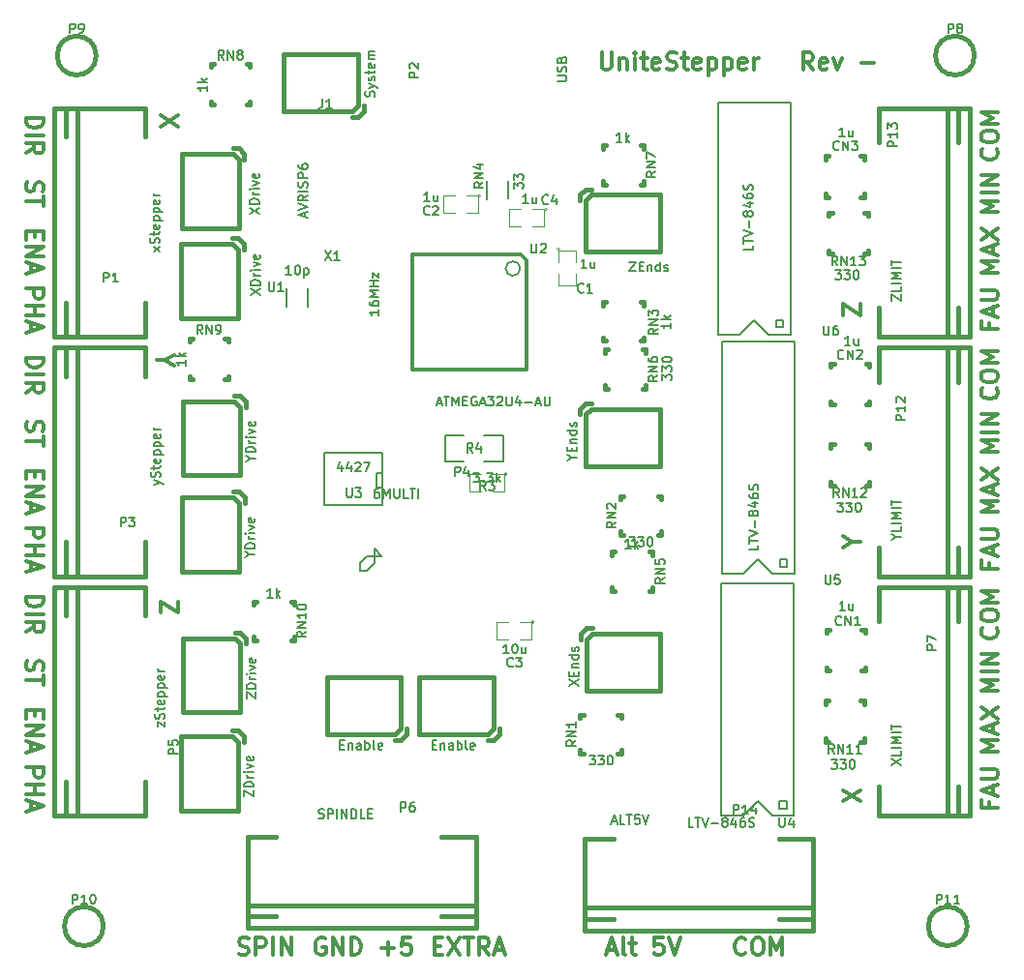
<source format=gto>
G04 (created by PCBNEW (2013-jul-07)-stable) date Tue 19 May 2015 11:36:52 PM EDT*
%MOIN*%
G04 Gerber Fmt 3.4, Leading zero omitted, Abs format*
%FSLAX34Y34*%
G01*
G70*
G90*
G04 APERTURE LIST*
%ADD10C,0.00590551*%
%ADD11C,0.011811*%
%ADD12C,0.00787402*%
%ADD13C,0.012*%
%ADD14C,0.008*%
%ADD15C,0.0039*%
%ADD16C,0.015*%
%ADD17C,0.005*%
%ADD18C,0.006*%
G04 APERTURE END LIST*
G54D10*
G54D11*
X78114Y-43739D02*
X77917Y-43457D01*
X77776Y-43739D02*
X77776Y-43148D01*
X78001Y-43148D01*
X78057Y-43176D01*
X78086Y-43204D01*
X78114Y-43260D01*
X78114Y-43345D01*
X78086Y-43401D01*
X78057Y-43429D01*
X78001Y-43457D01*
X77776Y-43457D01*
X78592Y-43710D02*
X78535Y-43739D01*
X78423Y-43739D01*
X78367Y-43710D01*
X78339Y-43654D01*
X78339Y-43429D01*
X78367Y-43373D01*
X78423Y-43345D01*
X78535Y-43345D01*
X78592Y-43373D01*
X78620Y-43429D01*
X78620Y-43485D01*
X78339Y-43542D01*
X78817Y-43345D02*
X78957Y-43739D01*
X79098Y-43345D01*
X79773Y-43514D02*
X80223Y-43514D01*
X70828Y-43148D02*
X70828Y-43626D01*
X70856Y-43682D01*
X70884Y-43710D01*
X70940Y-43739D01*
X71053Y-43739D01*
X71109Y-43710D01*
X71137Y-43682D01*
X71165Y-43626D01*
X71165Y-43148D01*
X71447Y-43345D02*
X71447Y-43739D01*
X71447Y-43401D02*
X71475Y-43373D01*
X71531Y-43345D01*
X71615Y-43345D01*
X71672Y-43373D01*
X71700Y-43429D01*
X71700Y-43739D01*
X71981Y-43739D02*
X71981Y-43345D01*
X71981Y-43148D02*
X71953Y-43176D01*
X71981Y-43204D01*
X72009Y-43176D01*
X71981Y-43148D01*
X71981Y-43204D01*
X72178Y-43345D02*
X72403Y-43345D01*
X72262Y-43148D02*
X72262Y-43654D01*
X72290Y-43710D01*
X72347Y-43739D01*
X72403Y-43739D01*
X72825Y-43710D02*
X72768Y-43739D01*
X72656Y-43739D01*
X72600Y-43710D01*
X72571Y-43654D01*
X72571Y-43429D01*
X72600Y-43373D01*
X72656Y-43345D01*
X72768Y-43345D01*
X72825Y-43373D01*
X72853Y-43429D01*
X72853Y-43485D01*
X72571Y-43542D01*
X73078Y-43710D02*
X73162Y-43739D01*
X73303Y-43739D01*
X73359Y-43710D01*
X73387Y-43682D01*
X73415Y-43626D01*
X73415Y-43570D01*
X73387Y-43514D01*
X73359Y-43485D01*
X73303Y-43457D01*
X73190Y-43429D01*
X73134Y-43401D01*
X73106Y-43373D01*
X73078Y-43317D01*
X73078Y-43260D01*
X73106Y-43204D01*
X73134Y-43176D01*
X73190Y-43148D01*
X73331Y-43148D01*
X73415Y-43176D01*
X73584Y-43345D02*
X73809Y-43345D01*
X73668Y-43148D02*
X73668Y-43654D01*
X73696Y-43710D01*
X73753Y-43739D01*
X73809Y-43739D01*
X74231Y-43710D02*
X74174Y-43739D01*
X74062Y-43739D01*
X74006Y-43710D01*
X73978Y-43654D01*
X73978Y-43429D01*
X74006Y-43373D01*
X74062Y-43345D01*
X74174Y-43345D01*
X74231Y-43373D01*
X74259Y-43429D01*
X74259Y-43485D01*
X73978Y-43542D01*
X74512Y-43345D02*
X74512Y-43935D01*
X74512Y-43373D02*
X74568Y-43345D01*
X74681Y-43345D01*
X74737Y-43373D01*
X74765Y-43401D01*
X74793Y-43457D01*
X74793Y-43626D01*
X74765Y-43682D01*
X74737Y-43710D01*
X74681Y-43739D01*
X74568Y-43739D01*
X74512Y-43710D01*
X75046Y-43345D02*
X75046Y-43935D01*
X75046Y-43373D02*
X75102Y-43345D01*
X75215Y-43345D01*
X75271Y-43373D01*
X75299Y-43401D01*
X75327Y-43457D01*
X75327Y-43626D01*
X75299Y-43682D01*
X75271Y-43710D01*
X75215Y-43739D01*
X75102Y-43739D01*
X75046Y-43710D01*
X75805Y-43710D02*
X75749Y-43739D01*
X75637Y-43739D01*
X75580Y-43710D01*
X75552Y-43654D01*
X75552Y-43429D01*
X75580Y-43373D01*
X75637Y-43345D01*
X75749Y-43345D01*
X75805Y-43373D01*
X75834Y-43429D01*
X75834Y-43485D01*
X75552Y-43542D01*
X76087Y-43739D02*
X76087Y-43345D01*
X76087Y-43457D02*
X76115Y-43401D01*
X76143Y-43373D01*
X76199Y-43345D01*
X76255Y-43345D01*
G54D12*
X62750Y-61000D02*
X62500Y-61000D01*
X63000Y-60750D02*
X62750Y-61000D01*
X63000Y-60500D02*
X63000Y-60750D01*
X63250Y-60500D02*
X63000Y-60500D01*
X63000Y-60250D02*
X63250Y-60500D01*
X63000Y-60500D02*
X63000Y-60250D01*
X62750Y-60500D02*
X63000Y-60500D01*
X62500Y-60750D02*
X62750Y-60500D01*
X62500Y-61000D02*
X62500Y-60750D01*
G54D11*
X75785Y-74182D02*
X75757Y-74210D01*
X75673Y-74239D01*
X75617Y-74239D01*
X75532Y-74210D01*
X75476Y-74154D01*
X75448Y-74098D01*
X75420Y-73985D01*
X75420Y-73901D01*
X75448Y-73789D01*
X75476Y-73732D01*
X75532Y-73676D01*
X75617Y-73648D01*
X75673Y-73648D01*
X75757Y-73676D01*
X75785Y-73704D01*
X76151Y-73648D02*
X76264Y-73648D01*
X76320Y-73676D01*
X76376Y-73732D01*
X76404Y-73845D01*
X76404Y-74042D01*
X76376Y-74154D01*
X76320Y-74210D01*
X76264Y-74239D01*
X76151Y-74239D01*
X76095Y-74210D01*
X76039Y-74154D01*
X76010Y-74042D01*
X76010Y-73845D01*
X76039Y-73732D01*
X76095Y-73676D01*
X76151Y-73648D01*
X76657Y-74239D02*
X76657Y-73648D01*
X76854Y-74070D01*
X77051Y-73648D01*
X77051Y-74239D01*
X71026Y-74070D02*
X71307Y-74070D01*
X70970Y-74239D02*
X71167Y-73648D01*
X71364Y-74239D01*
X71645Y-74239D02*
X71589Y-74210D01*
X71561Y-74154D01*
X71561Y-73648D01*
X71785Y-73845D02*
X72010Y-73845D01*
X71870Y-73648D02*
X71870Y-74154D01*
X71898Y-74210D01*
X71954Y-74239D01*
X72010Y-74239D01*
X72938Y-73648D02*
X72657Y-73648D01*
X72629Y-73929D01*
X72657Y-73901D01*
X72714Y-73873D01*
X72854Y-73873D01*
X72910Y-73901D01*
X72938Y-73929D01*
X72967Y-73985D01*
X72967Y-74126D01*
X72938Y-74182D01*
X72910Y-74210D01*
X72854Y-74239D01*
X72714Y-74239D01*
X72657Y-74210D01*
X72629Y-74182D01*
X73135Y-73648D02*
X73332Y-74239D01*
X73529Y-73648D01*
X65068Y-73929D02*
X65265Y-73929D01*
X65350Y-74239D02*
X65068Y-74239D01*
X65068Y-73648D01*
X65350Y-73648D01*
X65546Y-73648D02*
X65940Y-74239D01*
X65940Y-73648D02*
X65546Y-74239D01*
X66081Y-73648D02*
X66418Y-73648D01*
X66250Y-74239D02*
X66250Y-73648D01*
X66953Y-74239D02*
X66756Y-73957D01*
X66615Y-74239D02*
X66615Y-73648D01*
X66840Y-73648D01*
X66896Y-73676D01*
X66924Y-73704D01*
X66953Y-73760D01*
X66953Y-73845D01*
X66924Y-73901D01*
X66896Y-73929D01*
X66840Y-73957D01*
X66615Y-73957D01*
X67178Y-74070D02*
X67459Y-74070D01*
X67121Y-74239D02*
X67318Y-73648D01*
X67515Y-74239D01*
X63243Y-74014D02*
X63693Y-74014D01*
X63468Y-74239D02*
X63468Y-73789D01*
X64256Y-73648D02*
X63974Y-73648D01*
X63946Y-73929D01*
X63974Y-73901D01*
X64031Y-73873D01*
X64171Y-73873D01*
X64228Y-73901D01*
X64256Y-73929D01*
X64284Y-73985D01*
X64284Y-74126D01*
X64256Y-74182D01*
X64228Y-74210D01*
X64171Y-74239D01*
X64031Y-74239D01*
X63974Y-74210D01*
X63946Y-74182D01*
X61300Y-73676D02*
X61243Y-73648D01*
X61159Y-73648D01*
X61075Y-73676D01*
X61018Y-73732D01*
X60990Y-73789D01*
X60962Y-73901D01*
X60962Y-73985D01*
X60990Y-74098D01*
X61018Y-74154D01*
X61075Y-74210D01*
X61159Y-74239D01*
X61215Y-74239D01*
X61300Y-74210D01*
X61328Y-74182D01*
X61328Y-73985D01*
X61215Y-73985D01*
X61581Y-74239D02*
X61581Y-73648D01*
X61918Y-74239D01*
X61918Y-73648D01*
X62199Y-74239D02*
X62199Y-73648D01*
X62340Y-73648D01*
X62424Y-73676D01*
X62481Y-73732D01*
X62509Y-73789D01*
X62537Y-73901D01*
X62537Y-73985D01*
X62509Y-74098D01*
X62481Y-74154D01*
X62424Y-74210D01*
X62340Y-74239D01*
X62199Y-74239D01*
X58336Y-74210D02*
X58420Y-74239D01*
X58561Y-74239D01*
X58617Y-74210D01*
X58645Y-74182D01*
X58673Y-74126D01*
X58673Y-74070D01*
X58645Y-74014D01*
X58617Y-73985D01*
X58561Y-73957D01*
X58448Y-73929D01*
X58392Y-73901D01*
X58364Y-73873D01*
X58336Y-73817D01*
X58336Y-73760D01*
X58364Y-73704D01*
X58392Y-73676D01*
X58448Y-73648D01*
X58589Y-73648D01*
X58673Y-73676D01*
X58926Y-74239D02*
X58926Y-73648D01*
X59151Y-73648D01*
X59207Y-73676D01*
X59235Y-73704D01*
X59264Y-73760D01*
X59264Y-73845D01*
X59235Y-73901D01*
X59207Y-73929D01*
X59151Y-73957D01*
X58926Y-73957D01*
X59517Y-74239D02*
X59517Y-73648D01*
X59798Y-74239D02*
X59798Y-73648D01*
X60135Y-74239D01*
X60135Y-73648D01*
X51010Y-67782D02*
X51601Y-67782D01*
X51601Y-68007D01*
X51573Y-68064D01*
X51545Y-68092D01*
X51489Y-68120D01*
X51404Y-68120D01*
X51348Y-68092D01*
X51320Y-68064D01*
X51292Y-68007D01*
X51292Y-67782D01*
X51010Y-68373D02*
X51601Y-68373D01*
X51320Y-68373D02*
X51320Y-68710D01*
X51010Y-68710D02*
X51601Y-68710D01*
X51179Y-68964D02*
X51179Y-69245D01*
X51010Y-68907D02*
X51601Y-69104D01*
X51010Y-69301D01*
X51320Y-65811D02*
X51320Y-66007D01*
X51010Y-66092D02*
X51010Y-65811D01*
X51601Y-65811D01*
X51601Y-66092D01*
X51010Y-66345D02*
X51601Y-66345D01*
X51010Y-66682D01*
X51601Y-66682D01*
X51179Y-66935D02*
X51179Y-67217D01*
X51010Y-66879D02*
X51601Y-67076D01*
X51010Y-67273D01*
X51039Y-64106D02*
X51010Y-64190D01*
X51010Y-64331D01*
X51039Y-64387D01*
X51067Y-64415D01*
X51123Y-64443D01*
X51179Y-64443D01*
X51235Y-64415D01*
X51264Y-64387D01*
X51292Y-64331D01*
X51320Y-64218D01*
X51348Y-64162D01*
X51376Y-64134D01*
X51432Y-64106D01*
X51489Y-64106D01*
X51545Y-64134D01*
X51573Y-64162D01*
X51601Y-64218D01*
X51601Y-64359D01*
X51573Y-64443D01*
X51601Y-64612D02*
X51601Y-64949D01*
X51010Y-64781D02*
X51601Y-64781D01*
X51010Y-61909D02*
X51601Y-61909D01*
X51601Y-62050D01*
X51573Y-62134D01*
X51517Y-62190D01*
X51460Y-62218D01*
X51348Y-62246D01*
X51264Y-62246D01*
X51151Y-62218D01*
X51095Y-62190D01*
X51039Y-62134D01*
X51010Y-62050D01*
X51010Y-61909D01*
X51010Y-62500D02*
X51601Y-62500D01*
X51010Y-63118D02*
X51292Y-62921D01*
X51010Y-62781D02*
X51601Y-62781D01*
X51601Y-63006D01*
X51573Y-63062D01*
X51545Y-63090D01*
X51489Y-63118D01*
X51404Y-63118D01*
X51348Y-63090D01*
X51320Y-63062D01*
X51292Y-63006D01*
X51292Y-62781D01*
X51010Y-53659D02*
X51601Y-53659D01*
X51601Y-53800D01*
X51573Y-53884D01*
X51517Y-53940D01*
X51460Y-53968D01*
X51348Y-53996D01*
X51264Y-53996D01*
X51151Y-53968D01*
X51095Y-53940D01*
X51039Y-53884D01*
X51010Y-53800D01*
X51010Y-53659D01*
X51010Y-54250D02*
X51601Y-54250D01*
X51010Y-54868D02*
X51292Y-54671D01*
X51010Y-54531D02*
X51601Y-54531D01*
X51601Y-54756D01*
X51573Y-54812D01*
X51545Y-54840D01*
X51489Y-54868D01*
X51404Y-54868D01*
X51348Y-54840D01*
X51320Y-54812D01*
X51292Y-54756D01*
X51292Y-54531D01*
X51039Y-55856D02*
X51010Y-55940D01*
X51010Y-56081D01*
X51039Y-56137D01*
X51067Y-56165D01*
X51123Y-56193D01*
X51179Y-56193D01*
X51235Y-56165D01*
X51264Y-56137D01*
X51292Y-56081D01*
X51320Y-55968D01*
X51348Y-55912D01*
X51376Y-55884D01*
X51432Y-55856D01*
X51489Y-55856D01*
X51545Y-55884D01*
X51573Y-55912D01*
X51601Y-55968D01*
X51601Y-56109D01*
X51573Y-56193D01*
X51601Y-56362D02*
X51601Y-56699D01*
X51010Y-56531D02*
X51601Y-56531D01*
X51320Y-57561D02*
X51320Y-57757D01*
X51010Y-57842D02*
X51010Y-57561D01*
X51601Y-57561D01*
X51601Y-57842D01*
X51010Y-58095D02*
X51601Y-58095D01*
X51010Y-58432D01*
X51601Y-58432D01*
X51179Y-58685D02*
X51179Y-58967D01*
X51010Y-58629D02*
X51601Y-58826D01*
X51010Y-59023D01*
X51010Y-59532D02*
X51601Y-59532D01*
X51601Y-59757D01*
X51573Y-59814D01*
X51545Y-59842D01*
X51489Y-59870D01*
X51404Y-59870D01*
X51348Y-59842D01*
X51320Y-59814D01*
X51292Y-59757D01*
X51292Y-59532D01*
X51010Y-60123D02*
X51601Y-60123D01*
X51320Y-60123D02*
X51320Y-60460D01*
X51010Y-60460D02*
X51601Y-60460D01*
X51179Y-60714D02*
X51179Y-60995D01*
X51010Y-60657D02*
X51601Y-60854D01*
X51010Y-61051D01*
X51010Y-51282D02*
X51601Y-51282D01*
X51601Y-51507D01*
X51573Y-51564D01*
X51545Y-51592D01*
X51489Y-51620D01*
X51404Y-51620D01*
X51348Y-51592D01*
X51320Y-51564D01*
X51292Y-51507D01*
X51292Y-51282D01*
X51010Y-51873D02*
X51601Y-51873D01*
X51320Y-51873D02*
X51320Y-52210D01*
X51010Y-52210D02*
X51601Y-52210D01*
X51179Y-52464D02*
X51179Y-52745D01*
X51010Y-52407D02*
X51601Y-52604D01*
X51010Y-52801D01*
X51320Y-49311D02*
X51320Y-49507D01*
X51010Y-49592D02*
X51010Y-49311D01*
X51601Y-49311D01*
X51601Y-49592D01*
X51010Y-49845D02*
X51601Y-49845D01*
X51010Y-50182D01*
X51601Y-50182D01*
X51179Y-50435D02*
X51179Y-50717D01*
X51010Y-50379D02*
X51601Y-50576D01*
X51010Y-50773D01*
X51039Y-47606D02*
X51010Y-47690D01*
X51010Y-47831D01*
X51039Y-47887D01*
X51067Y-47915D01*
X51123Y-47943D01*
X51179Y-47943D01*
X51235Y-47915D01*
X51264Y-47887D01*
X51292Y-47831D01*
X51320Y-47718D01*
X51348Y-47662D01*
X51376Y-47634D01*
X51432Y-47606D01*
X51489Y-47606D01*
X51545Y-47634D01*
X51573Y-47662D01*
X51601Y-47718D01*
X51601Y-47859D01*
X51573Y-47943D01*
X51601Y-48112D02*
X51601Y-48449D01*
X51010Y-48281D02*
X51601Y-48281D01*
X51010Y-45409D02*
X51601Y-45409D01*
X51601Y-45550D01*
X51573Y-45634D01*
X51517Y-45690D01*
X51460Y-45718D01*
X51348Y-45746D01*
X51264Y-45746D01*
X51151Y-45718D01*
X51095Y-45690D01*
X51039Y-45634D01*
X51010Y-45550D01*
X51010Y-45409D01*
X51010Y-46000D02*
X51601Y-46000D01*
X51010Y-46618D02*
X51292Y-46421D01*
X51010Y-46281D02*
X51601Y-46281D01*
X51601Y-46506D01*
X51573Y-46562D01*
X51545Y-46590D01*
X51489Y-46618D01*
X51404Y-46618D01*
X51348Y-46590D01*
X51320Y-46562D01*
X51292Y-46506D01*
X51292Y-46281D01*
X55648Y-62446D02*
X55648Y-62053D01*
X56239Y-62446D01*
X56239Y-62053D01*
X55792Y-53750D02*
X55510Y-53750D01*
X56101Y-53553D02*
X55792Y-53750D01*
X56101Y-53946D01*
X55648Y-45696D02*
X56239Y-45303D01*
X55648Y-45303D02*
X56239Y-45696D01*
X84179Y-68978D02*
X84179Y-69174D01*
X84489Y-69174D02*
X83898Y-69174D01*
X83898Y-68893D01*
X84320Y-68696D02*
X84320Y-68415D01*
X84489Y-68753D02*
X83898Y-68556D01*
X84489Y-68359D01*
X83898Y-68162D02*
X84376Y-68162D01*
X84432Y-68134D01*
X84460Y-68106D01*
X84489Y-68050D01*
X84489Y-67937D01*
X84460Y-67881D01*
X84432Y-67853D01*
X84376Y-67825D01*
X83898Y-67825D01*
X84489Y-67231D02*
X83898Y-67231D01*
X84320Y-67034D01*
X83898Y-66837D01*
X84489Y-66837D01*
X84320Y-66584D02*
X84320Y-66303D01*
X84489Y-66640D02*
X83898Y-66443D01*
X84489Y-66246D01*
X83898Y-66106D02*
X84489Y-65712D01*
X83898Y-65712D02*
X84489Y-66106D01*
X84432Y-62964D02*
X84460Y-62992D01*
X84489Y-63076D01*
X84489Y-63132D01*
X84460Y-63217D01*
X84404Y-63273D01*
X84348Y-63301D01*
X84235Y-63329D01*
X84151Y-63329D01*
X84039Y-63301D01*
X83982Y-63273D01*
X83926Y-63217D01*
X83898Y-63132D01*
X83898Y-63076D01*
X83926Y-62992D01*
X83954Y-62964D01*
X83898Y-62598D02*
X83898Y-62485D01*
X83926Y-62429D01*
X83982Y-62373D01*
X84095Y-62345D01*
X84292Y-62345D01*
X84404Y-62373D01*
X84460Y-62429D01*
X84489Y-62485D01*
X84489Y-62598D01*
X84460Y-62654D01*
X84404Y-62710D01*
X84292Y-62739D01*
X84095Y-62739D01*
X83982Y-62710D01*
X83926Y-62654D01*
X83898Y-62598D01*
X84489Y-62092D02*
X83898Y-62092D01*
X84320Y-61895D01*
X83898Y-61698D01*
X84489Y-61698D01*
X84489Y-65146D02*
X83898Y-65146D01*
X84320Y-64949D01*
X83898Y-64753D01*
X84489Y-64753D01*
X84489Y-64471D02*
X83898Y-64471D01*
X84489Y-64190D02*
X83898Y-64190D01*
X84489Y-63853D01*
X83898Y-63853D01*
X84179Y-60728D02*
X84179Y-60924D01*
X84489Y-60924D02*
X83898Y-60924D01*
X83898Y-60643D01*
X84320Y-60446D02*
X84320Y-60165D01*
X84489Y-60503D02*
X83898Y-60306D01*
X84489Y-60109D01*
X83898Y-59912D02*
X84376Y-59912D01*
X84432Y-59884D01*
X84460Y-59856D01*
X84489Y-59800D01*
X84489Y-59687D01*
X84460Y-59631D01*
X84432Y-59603D01*
X84376Y-59575D01*
X83898Y-59575D01*
X84489Y-58981D02*
X83898Y-58981D01*
X84320Y-58784D01*
X83898Y-58587D01*
X84489Y-58587D01*
X84320Y-58334D02*
X84320Y-58053D01*
X84489Y-58390D02*
X83898Y-58193D01*
X84489Y-57996D01*
X83898Y-57856D02*
X84489Y-57462D01*
X83898Y-57462D02*
X84489Y-57856D01*
X84489Y-56896D02*
X83898Y-56896D01*
X84320Y-56699D01*
X83898Y-56503D01*
X84489Y-56503D01*
X84489Y-56221D02*
X83898Y-56221D01*
X84489Y-55940D02*
X83898Y-55940D01*
X84489Y-55603D01*
X83898Y-55603D01*
X84432Y-54714D02*
X84460Y-54742D01*
X84489Y-54826D01*
X84489Y-54882D01*
X84460Y-54967D01*
X84404Y-55023D01*
X84348Y-55051D01*
X84235Y-55079D01*
X84151Y-55079D01*
X84039Y-55051D01*
X83982Y-55023D01*
X83926Y-54967D01*
X83898Y-54882D01*
X83898Y-54826D01*
X83926Y-54742D01*
X83954Y-54714D01*
X83898Y-54348D02*
X83898Y-54235D01*
X83926Y-54179D01*
X83982Y-54123D01*
X84095Y-54095D01*
X84292Y-54095D01*
X84404Y-54123D01*
X84460Y-54179D01*
X84489Y-54235D01*
X84489Y-54348D01*
X84460Y-54404D01*
X84404Y-54460D01*
X84292Y-54489D01*
X84095Y-54489D01*
X83982Y-54460D01*
X83926Y-54404D01*
X83898Y-54348D01*
X84489Y-53842D02*
X83898Y-53842D01*
X84320Y-53645D01*
X83898Y-53448D01*
X84489Y-53448D01*
X79148Y-68946D02*
X79739Y-68553D01*
X79148Y-68553D02*
X79739Y-68946D01*
X79457Y-60000D02*
X79739Y-60000D01*
X79148Y-60196D02*
X79457Y-60000D01*
X79148Y-59803D01*
X79148Y-52196D02*
X79148Y-51803D01*
X79739Y-52196D01*
X79739Y-51803D01*
X84179Y-52478D02*
X84179Y-52674D01*
X84489Y-52674D02*
X83898Y-52674D01*
X83898Y-52393D01*
X84320Y-52196D02*
X84320Y-51915D01*
X84489Y-52253D02*
X83898Y-52056D01*
X84489Y-51859D01*
X83898Y-51662D02*
X84376Y-51662D01*
X84432Y-51634D01*
X84460Y-51606D01*
X84489Y-51550D01*
X84489Y-51437D01*
X84460Y-51381D01*
X84432Y-51353D01*
X84376Y-51325D01*
X83898Y-51325D01*
X84489Y-50731D02*
X83898Y-50731D01*
X84320Y-50534D01*
X83898Y-50337D01*
X84489Y-50337D01*
X84320Y-50084D02*
X84320Y-49803D01*
X84489Y-50140D02*
X83898Y-49943D01*
X84489Y-49746D01*
X83898Y-49606D02*
X84489Y-49212D01*
X83898Y-49212D02*
X84489Y-49606D01*
X84489Y-48646D02*
X83898Y-48646D01*
X84320Y-48449D01*
X83898Y-48253D01*
X84489Y-48253D01*
X84489Y-47971D02*
X83898Y-47971D01*
X84489Y-47690D02*
X83898Y-47690D01*
X84489Y-47353D01*
X83898Y-47353D01*
X84432Y-46464D02*
X84460Y-46492D01*
X84489Y-46576D01*
X84489Y-46632D01*
X84460Y-46717D01*
X84404Y-46773D01*
X84348Y-46801D01*
X84235Y-46829D01*
X84151Y-46829D01*
X84039Y-46801D01*
X83982Y-46773D01*
X83926Y-46717D01*
X83898Y-46632D01*
X83898Y-46576D01*
X83926Y-46492D01*
X83954Y-46464D01*
X83898Y-46098D02*
X83898Y-45985D01*
X83926Y-45929D01*
X83982Y-45873D01*
X84095Y-45845D01*
X84292Y-45845D01*
X84404Y-45873D01*
X84460Y-45929D01*
X84489Y-45985D01*
X84489Y-46098D01*
X84460Y-46154D01*
X84404Y-46210D01*
X84292Y-46239D01*
X84095Y-46239D01*
X83982Y-46210D01*
X83926Y-46154D01*
X83898Y-46098D01*
X84489Y-45592D02*
X83898Y-45592D01*
X84320Y-45395D01*
X83898Y-45198D01*
X84489Y-45198D01*
G54D13*
X68243Y-54057D02*
X64303Y-54057D01*
X64303Y-54057D02*
X64303Y-50117D01*
X68053Y-50117D02*
X64303Y-50117D01*
X68243Y-50307D02*
X68243Y-54057D01*
X68053Y-50117D02*
X68243Y-50307D01*
G54D14*
X68023Y-50587D02*
G75*
G03X68023Y-50587I-250J0D01*
G74*
G01*
G54D15*
X68951Y-48547D02*
G75*
G03X68951Y-48547I-50J0D01*
G74*
G01*
X68451Y-48547D02*
X68851Y-48547D01*
X68851Y-48547D02*
X68851Y-49147D01*
X68851Y-49147D02*
X68451Y-49147D01*
X68051Y-49147D02*
X67651Y-49147D01*
X67651Y-49147D02*
X67651Y-48547D01*
X67651Y-48547D02*
X68051Y-48547D01*
X66672Y-48081D02*
G75*
G03X66672Y-48081I-50J0D01*
G74*
G01*
X66172Y-48081D02*
X66572Y-48081D01*
X66572Y-48081D02*
X66572Y-48681D01*
X66572Y-48681D02*
X66172Y-48681D01*
X65772Y-48681D02*
X65372Y-48681D01*
X65372Y-48681D02*
X65372Y-48081D01*
X65372Y-48081D02*
X65772Y-48081D01*
X69385Y-49923D02*
G75*
G03X69385Y-49923I-50J0D01*
G74*
G01*
X69335Y-50373D02*
X69335Y-49973D01*
X69335Y-49973D02*
X69935Y-49973D01*
X69935Y-49973D02*
X69935Y-50373D01*
X69935Y-50773D02*
X69935Y-51173D01*
X69935Y-51173D02*
X69335Y-51173D01*
X69335Y-51173D02*
X69335Y-50773D01*
G54D16*
X80372Y-61187D02*
X83521Y-61187D01*
X80372Y-53312D02*
X83521Y-53312D01*
X83521Y-53312D02*
X83521Y-61187D01*
X82734Y-61187D02*
X82734Y-53312D01*
X80372Y-54494D02*
X80372Y-53312D01*
X83127Y-53312D02*
X83127Y-54494D01*
X80372Y-60202D02*
X80372Y-61187D01*
X83127Y-61187D02*
X83127Y-60202D01*
X80372Y-52937D02*
X83521Y-52937D01*
X80372Y-45062D02*
X83521Y-45062D01*
X83521Y-45062D02*
X83521Y-52937D01*
X82734Y-52937D02*
X82734Y-45062D01*
X80372Y-46244D02*
X80372Y-45062D01*
X83127Y-45062D02*
X83127Y-46244D01*
X80372Y-51952D02*
X80372Y-52937D01*
X83127Y-52937D02*
X83127Y-51952D01*
X80372Y-69437D02*
X83521Y-69437D01*
X80372Y-61562D02*
X83521Y-61562D01*
X83521Y-61562D02*
X83521Y-69437D01*
X82734Y-69437D02*
X82734Y-61562D01*
X80372Y-62744D02*
X80372Y-61562D01*
X83127Y-61562D02*
X83127Y-62744D01*
X80372Y-68452D02*
X80372Y-69437D01*
X83127Y-69437D02*
X83127Y-68452D01*
X58633Y-70161D02*
X58633Y-73311D01*
X66507Y-70161D02*
X66507Y-73311D01*
X66507Y-73311D02*
X58633Y-73311D01*
X58633Y-72523D02*
X66507Y-72523D01*
X65326Y-70161D02*
X66507Y-70161D01*
X66507Y-72917D02*
X65326Y-72917D01*
X59618Y-70161D02*
X58633Y-70161D01*
X58633Y-72917D02*
X59618Y-72917D01*
X55127Y-45062D02*
X51978Y-45062D01*
X55127Y-52937D02*
X51978Y-52937D01*
X51978Y-52937D02*
X51978Y-45062D01*
X52765Y-45062D02*
X52765Y-52937D01*
X55127Y-51755D02*
X55127Y-52937D01*
X52372Y-52937D02*
X52372Y-51755D01*
X55127Y-46047D02*
X55127Y-45062D01*
X52372Y-45062D02*
X52372Y-46047D01*
X55127Y-53312D02*
X51978Y-53312D01*
X55127Y-61187D02*
X51978Y-61187D01*
X51978Y-61187D02*
X51978Y-53312D01*
X52765Y-53312D02*
X52765Y-61187D01*
X55127Y-60005D02*
X55127Y-61187D01*
X52372Y-61187D02*
X52372Y-60005D01*
X55127Y-54297D02*
X55127Y-53312D01*
X52372Y-53312D02*
X52372Y-54297D01*
X55127Y-61562D02*
X51978Y-61562D01*
X55127Y-69437D02*
X51978Y-69437D01*
X51978Y-69437D02*
X51978Y-61562D01*
X52765Y-61562D02*
X52765Y-69437D01*
X55127Y-68255D02*
X55127Y-69437D01*
X52372Y-69437D02*
X52372Y-68255D01*
X55127Y-62547D02*
X55127Y-61562D01*
X52372Y-61562D02*
X52372Y-62547D01*
X70253Y-70238D02*
X70253Y-73388D01*
X78127Y-70238D02*
X78127Y-73388D01*
X78127Y-73388D02*
X70253Y-73388D01*
X70253Y-72600D02*
X78127Y-72600D01*
X76946Y-70238D02*
X78127Y-70238D01*
X78127Y-72994D02*
X76946Y-72994D01*
X71237Y-70238D02*
X70253Y-70238D01*
X70253Y-72994D02*
X71237Y-72994D01*
X60255Y-63277D02*
X60255Y-63395D01*
X60255Y-63395D02*
X60137Y-63395D01*
X58838Y-62175D02*
X58838Y-62057D01*
X58838Y-62057D02*
X58956Y-62057D01*
X60137Y-62057D02*
X60255Y-62057D01*
X60255Y-62057D02*
X60255Y-62175D01*
X58838Y-63277D02*
X58838Y-63395D01*
X58838Y-63395D02*
X58956Y-63395D01*
X72592Y-61572D02*
X72592Y-61690D01*
X72592Y-61690D02*
X72474Y-61690D01*
X71174Y-60469D02*
X71174Y-60351D01*
X71174Y-60351D02*
X71292Y-60351D01*
X72474Y-60351D02*
X72592Y-60351D01*
X72592Y-60351D02*
X72592Y-60469D01*
X71174Y-61572D02*
X71174Y-61690D01*
X71174Y-61690D02*
X71292Y-61690D01*
X57852Y-52990D02*
X57970Y-52990D01*
X57970Y-52990D02*
X57970Y-53108D01*
X56750Y-54407D02*
X56631Y-54407D01*
X56631Y-54407D02*
X56631Y-54289D01*
X56631Y-53108D02*
X56631Y-52990D01*
X56631Y-52990D02*
X56750Y-52990D01*
X57852Y-54407D02*
X57970Y-54407D01*
X57970Y-54407D02*
X57970Y-54289D01*
X58595Y-43533D02*
X58713Y-43533D01*
X58713Y-43533D02*
X58713Y-43651D01*
X57493Y-44950D02*
X57375Y-44950D01*
X57375Y-44950D02*
X57375Y-44832D01*
X57375Y-43651D02*
X57375Y-43533D01*
X57375Y-43533D02*
X57493Y-43533D01*
X58595Y-44950D02*
X58713Y-44950D01*
X58713Y-44950D02*
X58713Y-44832D01*
X72352Y-54607D02*
X72352Y-54725D01*
X72352Y-54725D02*
X72234Y-54725D01*
X70935Y-53504D02*
X70935Y-53386D01*
X70935Y-53386D02*
X71053Y-53386D01*
X72234Y-53386D02*
X72352Y-53386D01*
X72352Y-53386D02*
X72352Y-53504D01*
X70935Y-54607D02*
X70935Y-54725D01*
X70935Y-54725D02*
X71053Y-54725D01*
X78657Y-48125D02*
X78538Y-48125D01*
X78538Y-48125D02*
X78538Y-48007D01*
X79759Y-46708D02*
X79877Y-46708D01*
X79877Y-46708D02*
X79877Y-46826D01*
X79877Y-48007D02*
X79877Y-48125D01*
X79877Y-48125D02*
X79759Y-48125D01*
X78657Y-46708D02*
X78538Y-46708D01*
X78538Y-46708D02*
X78538Y-46826D01*
X78831Y-55285D02*
X78713Y-55285D01*
X78713Y-55285D02*
X78713Y-55167D01*
X79933Y-53868D02*
X80051Y-53868D01*
X80051Y-53868D02*
X80051Y-53986D01*
X80051Y-55167D02*
X80051Y-55285D01*
X80051Y-55285D02*
X79933Y-55285D01*
X78831Y-53868D02*
X78713Y-53868D01*
X78713Y-53868D02*
X78713Y-53986D01*
X78691Y-64450D02*
X78572Y-64450D01*
X78572Y-64450D02*
X78572Y-64332D01*
X79793Y-63032D02*
X79911Y-63032D01*
X79911Y-63032D02*
X79911Y-63151D01*
X79911Y-64332D02*
X79911Y-64450D01*
X79911Y-64450D02*
X79793Y-64450D01*
X78691Y-63032D02*
X78572Y-63032D01*
X78572Y-63032D02*
X78572Y-63151D01*
X78776Y-50077D02*
X78658Y-50077D01*
X78658Y-50077D02*
X78658Y-49959D01*
X79878Y-48660D02*
X79997Y-48660D01*
X79997Y-48660D02*
X79997Y-48778D01*
X79997Y-49959D02*
X79997Y-50077D01*
X79997Y-50077D02*
X79878Y-50077D01*
X78776Y-48660D02*
X78658Y-48660D01*
X78658Y-48660D02*
X78658Y-48778D01*
X72284Y-47569D02*
X72284Y-47687D01*
X72284Y-47687D02*
X72166Y-47687D01*
X70867Y-46467D02*
X70867Y-46349D01*
X70867Y-46349D02*
X70985Y-46349D01*
X72166Y-46349D02*
X72284Y-46349D01*
X72284Y-46349D02*
X72284Y-46467D01*
X70867Y-47569D02*
X70867Y-47687D01*
X70867Y-47687D02*
X70985Y-47687D01*
X78657Y-66895D02*
X78539Y-66895D01*
X78539Y-66895D02*
X78539Y-66777D01*
X79759Y-65478D02*
X79877Y-65478D01*
X79877Y-65478D02*
X79877Y-65596D01*
X79877Y-66777D02*
X79877Y-66895D01*
X79877Y-66895D02*
X79759Y-66895D01*
X78657Y-65478D02*
X78539Y-65478D01*
X78539Y-65478D02*
X78539Y-65596D01*
X70864Y-51859D02*
X70864Y-51741D01*
X70864Y-51741D02*
X70982Y-51741D01*
X72281Y-52961D02*
X72281Y-53079D01*
X72281Y-53079D02*
X72163Y-53079D01*
X70982Y-53079D02*
X70864Y-53079D01*
X70864Y-53079D02*
X70864Y-52961D01*
X72281Y-51859D02*
X72281Y-51741D01*
X72281Y-51741D02*
X72163Y-51741D01*
X71467Y-58547D02*
X71467Y-58429D01*
X71467Y-58429D02*
X71586Y-58429D01*
X72885Y-59650D02*
X72885Y-59768D01*
X72885Y-59768D02*
X72767Y-59768D01*
X71586Y-59768D02*
X71467Y-59768D01*
X71467Y-59768D02*
X71467Y-59650D01*
X72885Y-58547D02*
X72885Y-58429D01*
X72885Y-58429D02*
X72767Y-58429D01*
X70093Y-66078D02*
X70093Y-65960D01*
X70093Y-65960D02*
X70212Y-65960D01*
X71511Y-67180D02*
X71511Y-67299D01*
X71511Y-67299D02*
X71393Y-67299D01*
X70212Y-67299D02*
X70093Y-67299D01*
X70093Y-67299D02*
X70093Y-67180D01*
X71511Y-66078D02*
X71511Y-65960D01*
X71511Y-65960D02*
X71393Y-65960D01*
X78831Y-58062D02*
X78713Y-58062D01*
X78713Y-58062D02*
X78713Y-57944D01*
X79933Y-56645D02*
X80052Y-56645D01*
X80052Y-56645D02*
X80052Y-56763D01*
X80052Y-57944D02*
X80052Y-58062D01*
X80052Y-58062D02*
X79933Y-58062D01*
X78831Y-56645D02*
X78713Y-56645D01*
X78713Y-56645D02*
X78713Y-56763D01*
G54D10*
X66888Y-47562D02*
X66888Y-48191D01*
X67621Y-48184D02*
X67621Y-47554D01*
G54D16*
X64119Y-66443D02*
X64119Y-66640D01*
X64119Y-66640D02*
X63923Y-66837D01*
X63923Y-66837D02*
X63726Y-66837D01*
X63923Y-66443D02*
X63726Y-66640D01*
X63726Y-66640D02*
X61363Y-66640D01*
X61363Y-66640D02*
X61363Y-64672D01*
X61363Y-64672D02*
X63923Y-64672D01*
X63923Y-64672D02*
X63923Y-66443D01*
X58195Y-63124D02*
X58392Y-63124D01*
X58392Y-63124D02*
X58589Y-63320D01*
X58589Y-63320D02*
X58589Y-63517D01*
X58195Y-63320D02*
X58392Y-63517D01*
X58392Y-63517D02*
X58392Y-65880D01*
X58392Y-65880D02*
X56424Y-65880D01*
X56424Y-65880D02*
X56424Y-63320D01*
X56424Y-63320D02*
X58195Y-63320D01*
X58177Y-54963D02*
X58374Y-54963D01*
X58374Y-54963D02*
X58571Y-55159D01*
X58571Y-55159D02*
X58571Y-55356D01*
X58177Y-55159D02*
X58374Y-55356D01*
X58374Y-55356D02*
X58374Y-57719D01*
X58374Y-57719D02*
X56406Y-57719D01*
X56406Y-57719D02*
X56406Y-55159D01*
X56406Y-55159D02*
X58177Y-55159D01*
X58133Y-46433D02*
X58330Y-46433D01*
X58330Y-46433D02*
X58527Y-46629D01*
X58527Y-46629D02*
X58527Y-46826D01*
X58133Y-46629D02*
X58330Y-46826D01*
X58330Y-46826D02*
X58330Y-49189D01*
X58330Y-49189D02*
X56362Y-49189D01*
X56362Y-49189D02*
X56362Y-46629D01*
X56362Y-46629D02*
X58133Y-46629D01*
X70082Y-48247D02*
X70082Y-48050D01*
X70082Y-48050D02*
X70278Y-47853D01*
X70278Y-47853D02*
X70475Y-47853D01*
X70278Y-48247D02*
X70475Y-48050D01*
X70475Y-48050D02*
X72838Y-48050D01*
X72838Y-48050D02*
X72838Y-50018D01*
X72838Y-50018D02*
X70278Y-50018D01*
X70278Y-50018D02*
X70278Y-48247D01*
X70081Y-55618D02*
X70081Y-55421D01*
X70081Y-55421D02*
X70277Y-55224D01*
X70277Y-55224D02*
X70474Y-55224D01*
X70277Y-55618D02*
X70474Y-55421D01*
X70474Y-55421D02*
X72837Y-55421D01*
X72837Y-55421D02*
X72837Y-57389D01*
X72837Y-57389D02*
X70277Y-57389D01*
X70277Y-57389D02*
X70277Y-55618D01*
X70104Y-63359D02*
X70104Y-63162D01*
X70104Y-63162D02*
X70300Y-62965D01*
X70300Y-62965D02*
X70497Y-62965D01*
X70300Y-63359D02*
X70497Y-63162D01*
X70497Y-63162D02*
X72860Y-63162D01*
X72860Y-63162D02*
X72860Y-65130D01*
X72860Y-65130D02*
X70300Y-65130D01*
X70300Y-65130D02*
X70300Y-63359D01*
X67297Y-66443D02*
X67297Y-66640D01*
X67297Y-66640D02*
X67101Y-66837D01*
X67101Y-66837D02*
X66904Y-66837D01*
X67101Y-66443D02*
X66904Y-66640D01*
X66904Y-66640D02*
X64541Y-66640D01*
X64541Y-66640D02*
X64541Y-64672D01*
X64541Y-64672D02*
X67101Y-64672D01*
X67101Y-64672D02*
X67101Y-66443D01*
X58118Y-66506D02*
X58315Y-66506D01*
X58315Y-66506D02*
X58512Y-66702D01*
X58512Y-66702D02*
X58512Y-66899D01*
X58118Y-66702D02*
X58315Y-66899D01*
X58315Y-66899D02*
X58315Y-69262D01*
X58315Y-69262D02*
X56347Y-69262D01*
X56347Y-69262D02*
X56347Y-66702D01*
X56347Y-66702D02*
X58118Y-66702D01*
X58157Y-58275D02*
X58354Y-58275D01*
X58354Y-58275D02*
X58551Y-58471D01*
X58551Y-58471D02*
X58551Y-58668D01*
X58157Y-58471D02*
X58354Y-58668D01*
X58354Y-58668D02*
X58354Y-61031D01*
X58354Y-61031D02*
X56386Y-61031D01*
X56386Y-61031D02*
X56386Y-58471D01*
X56386Y-58471D02*
X58157Y-58471D01*
X58103Y-49533D02*
X58300Y-49533D01*
X58300Y-49533D02*
X58497Y-49729D01*
X58497Y-49729D02*
X58497Y-49926D01*
X58103Y-49729D02*
X58300Y-49926D01*
X58300Y-49926D02*
X58300Y-52289D01*
X58300Y-52289D02*
X56332Y-52289D01*
X56332Y-52289D02*
X56332Y-49729D01*
X56332Y-49729D02*
X58103Y-49729D01*
X62629Y-44960D02*
X62629Y-45157D01*
X62629Y-45157D02*
X62433Y-45354D01*
X62433Y-45354D02*
X62236Y-45354D01*
X62433Y-44960D02*
X62236Y-45157D01*
X62236Y-45157D02*
X59873Y-45157D01*
X59873Y-45157D02*
X59873Y-43189D01*
X59873Y-43189D02*
X62433Y-43189D01*
X62433Y-43189D02*
X62433Y-44960D01*
G54D10*
X77213Y-60614D02*
X77213Y-60864D01*
X77213Y-60864D02*
X76963Y-60864D01*
X76963Y-60864D02*
X76963Y-60614D01*
X76963Y-60614D02*
X77213Y-60614D01*
X77463Y-61114D02*
X76713Y-61114D01*
X76713Y-61114D02*
X76213Y-60614D01*
X76213Y-60614D02*
X75713Y-61114D01*
X75713Y-61114D02*
X74963Y-61114D01*
X74963Y-61114D02*
X74963Y-53114D01*
X74963Y-53114D02*
X77463Y-53114D01*
X77463Y-53114D02*
X77463Y-61114D01*
X77086Y-52363D02*
X77086Y-52613D01*
X77086Y-52613D02*
X76836Y-52613D01*
X76836Y-52613D02*
X76836Y-52363D01*
X76836Y-52363D02*
X77086Y-52363D01*
X77336Y-52863D02*
X76586Y-52863D01*
X76586Y-52863D02*
X76086Y-52363D01*
X76086Y-52363D02*
X75586Y-52863D01*
X75586Y-52863D02*
X74836Y-52863D01*
X74836Y-52863D02*
X74836Y-44863D01*
X74836Y-44863D02*
X77336Y-44863D01*
X77336Y-44863D02*
X77336Y-52863D01*
X77201Y-68952D02*
X77201Y-69202D01*
X77201Y-69202D02*
X76951Y-69202D01*
X76951Y-69202D02*
X76951Y-68952D01*
X76951Y-68952D02*
X77201Y-68952D01*
X77451Y-69452D02*
X76701Y-69452D01*
X76701Y-69452D02*
X76201Y-68952D01*
X76201Y-68952D02*
X75701Y-69452D01*
X75701Y-69452D02*
X74951Y-69452D01*
X74951Y-69452D02*
X74951Y-61452D01*
X74951Y-61452D02*
X77451Y-61452D01*
X77451Y-61452D02*
X77451Y-69452D01*
X60721Y-51907D02*
X60721Y-51277D01*
X59989Y-51285D02*
X59989Y-51915D01*
G54D17*
X63289Y-58740D02*
X61289Y-58740D01*
X61289Y-58740D02*
X61289Y-56940D01*
X61289Y-56940D02*
X63289Y-56940D01*
X63289Y-56940D02*
X63289Y-58740D01*
X63289Y-58140D02*
X63089Y-58140D01*
X63089Y-58140D02*
X63089Y-57640D01*
X63089Y-57640D02*
X63289Y-57640D01*
G54D16*
X83420Y-73250D02*
G75*
G03X83420Y-73250I-670J0D01*
G74*
G01*
X53670Y-73250D02*
G75*
G03X53670Y-73250I-670J0D01*
G74*
G01*
X53420Y-43250D02*
G75*
G03X53420Y-43250I-670J0D01*
G74*
G01*
X83670Y-43250D02*
G75*
G03X83670Y-43250I-670J0D01*
G74*
G01*
G54D15*
X68514Y-62759D02*
G75*
G03X68514Y-62759I-50J0D01*
G74*
G01*
X68014Y-62759D02*
X68414Y-62759D01*
X68414Y-62759D02*
X68414Y-63359D01*
X68414Y-63359D02*
X68014Y-63359D01*
X67614Y-63359D02*
X67214Y-63359D01*
X67214Y-63359D02*
X67214Y-62759D01*
X67214Y-62759D02*
X67614Y-62759D01*
X67589Y-57673D02*
G75*
G03X67589Y-57673I-50J0D01*
G74*
G01*
X67089Y-57673D02*
X67489Y-57673D01*
X67489Y-57673D02*
X67489Y-58273D01*
X67489Y-58273D02*
X67089Y-58273D01*
X66689Y-58273D02*
X66289Y-58273D01*
X66289Y-58273D02*
X66289Y-57673D01*
X66289Y-57673D02*
X66689Y-57673D01*
G54D17*
X67441Y-57241D02*
X67441Y-56341D01*
X67441Y-56341D02*
X66791Y-56341D01*
X66091Y-57241D02*
X65441Y-57241D01*
X65441Y-57241D02*
X65441Y-56341D01*
X65441Y-56341D02*
X66091Y-56341D01*
X66791Y-57241D02*
X67441Y-57241D01*
G54D18*
X61300Y-49982D02*
X61513Y-50302D01*
X61513Y-49982D02*
X61300Y-50302D01*
X61802Y-50302D02*
X61620Y-50302D01*
X61711Y-50302D02*
X61711Y-49982D01*
X61680Y-50028D01*
X61650Y-50058D01*
X61620Y-50074D01*
X63150Y-52007D02*
X63150Y-52190D01*
X63150Y-52099D02*
X62830Y-52099D01*
X62876Y-52129D01*
X62906Y-52160D01*
X62922Y-52190D01*
X62830Y-51733D02*
X62830Y-51794D01*
X62845Y-51825D01*
X62861Y-51840D01*
X62906Y-51870D01*
X62967Y-51886D01*
X63089Y-51886D01*
X63120Y-51870D01*
X63135Y-51855D01*
X63150Y-51825D01*
X63150Y-51764D01*
X63135Y-51733D01*
X63120Y-51718D01*
X63089Y-51703D01*
X63013Y-51703D01*
X62983Y-51718D01*
X62967Y-51733D01*
X62952Y-51764D01*
X62952Y-51825D01*
X62967Y-51855D01*
X62983Y-51870D01*
X63013Y-51886D01*
X63150Y-51566D02*
X62830Y-51566D01*
X63059Y-51459D01*
X62830Y-51352D01*
X63150Y-51352D01*
X63150Y-51200D02*
X62830Y-51200D01*
X62983Y-51200D02*
X62983Y-51017D01*
X63150Y-51017D02*
X62830Y-51017D01*
X62937Y-50895D02*
X62937Y-50727D01*
X63150Y-50895D01*
X63150Y-50727D01*
X64526Y-44004D02*
X64206Y-44004D01*
X64206Y-43882D01*
X64221Y-43851D01*
X64237Y-43836D01*
X64267Y-43821D01*
X64313Y-43821D01*
X64343Y-43836D01*
X64358Y-43851D01*
X64374Y-43882D01*
X64374Y-44004D01*
X64237Y-43699D02*
X64221Y-43684D01*
X64206Y-43653D01*
X64206Y-43577D01*
X64221Y-43547D01*
X64237Y-43531D01*
X64267Y-43516D01*
X64297Y-43516D01*
X64343Y-43531D01*
X64526Y-43714D01*
X64526Y-43516D01*
X69305Y-44132D02*
X69564Y-44132D01*
X69595Y-44117D01*
X69610Y-44102D01*
X69625Y-44071D01*
X69625Y-44010D01*
X69610Y-43980D01*
X69595Y-43965D01*
X69564Y-43949D01*
X69305Y-43949D01*
X69610Y-43812D02*
X69625Y-43767D01*
X69625Y-43690D01*
X69610Y-43660D01*
X69595Y-43645D01*
X69564Y-43629D01*
X69534Y-43629D01*
X69503Y-43645D01*
X69488Y-43660D01*
X69473Y-43690D01*
X69457Y-43751D01*
X69442Y-43782D01*
X69427Y-43797D01*
X69396Y-43812D01*
X69366Y-43812D01*
X69336Y-43797D01*
X69320Y-43782D01*
X69305Y-43751D01*
X69305Y-43675D01*
X69320Y-43629D01*
X69457Y-43386D02*
X69473Y-43340D01*
X69488Y-43325D01*
X69518Y-43309D01*
X69564Y-43309D01*
X69595Y-43325D01*
X69610Y-43340D01*
X69625Y-43370D01*
X69625Y-43492D01*
X69305Y-43492D01*
X69305Y-43386D01*
X69320Y-43355D01*
X69336Y-43340D01*
X69366Y-43325D01*
X69396Y-43325D01*
X69427Y-43340D01*
X69442Y-43355D01*
X69457Y-43386D01*
X69457Y-43492D01*
X68409Y-49730D02*
X68409Y-49989D01*
X68424Y-50020D01*
X68440Y-50035D01*
X68470Y-50050D01*
X68531Y-50050D01*
X68562Y-50035D01*
X68577Y-50020D01*
X68592Y-49989D01*
X68592Y-49730D01*
X68729Y-49761D02*
X68744Y-49746D01*
X68775Y-49730D01*
X68851Y-49730D01*
X68882Y-49746D01*
X68897Y-49761D01*
X68912Y-49791D01*
X68912Y-49822D01*
X68897Y-49867D01*
X68714Y-50050D01*
X68912Y-50050D01*
X65159Y-55223D02*
X65312Y-55223D01*
X65129Y-55314D02*
X65235Y-54994D01*
X65342Y-55314D01*
X65403Y-54994D02*
X65586Y-54994D01*
X65494Y-55314D02*
X65494Y-54994D01*
X65693Y-55314D02*
X65693Y-54994D01*
X65799Y-55223D01*
X65906Y-54994D01*
X65906Y-55314D01*
X66058Y-55146D02*
X66165Y-55146D01*
X66211Y-55314D02*
X66058Y-55314D01*
X66058Y-54994D01*
X66211Y-54994D01*
X66515Y-55009D02*
X66485Y-54994D01*
X66439Y-54994D01*
X66394Y-55009D01*
X66363Y-55040D01*
X66348Y-55070D01*
X66333Y-55131D01*
X66333Y-55177D01*
X66348Y-55238D01*
X66363Y-55268D01*
X66394Y-55299D01*
X66439Y-55314D01*
X66470Y-55314D01*
X66515Y-55299D01*
X66531Y-55284D01*
X66531Y-55177D01*
X66470Y-55177D01*
X66653Y-55223D02*
X66805Y-55223D01*
X66622Y-55314D02*
X66729Y-54994D01*
X66835Y-55314D01*
X66912Y-54994D02*
X67110Y-54994D01*
X67003Y-55116D01*
X67049Y-55116D01*
X67079Y-55131D01*
X67094Y-55146D01*
X67110Y-55177D01*
X67110Y-55253D01*
X67094Y-55284D01*
X67079Y-55299D01*
X67049Y-55314D01*
X66957Y-55314D01*
X66927Y-55299D01*
X66912Y-55284D01*
X67232Y-55025D02*
X67247Y-55009D01*
X67277Y-54994D01*
X67354Y-54994D01*
X67384Y-55009D01*
X67399Y-55025D01*
X67414Y-55055D01*
X67414Y-55085D01*
X67399Y-55131D01*
X67216Y-55314D01*
X67414Y-55314D01*
X67552Y-54994D02*
X67552Y-55253D01*
X67567Y-55284D01*
X67582Y-55299D01*
X67613Y-55314D01*
X67674Y-55314D01*
X67704Y-55299D01*
X67719Y-55284D01*
X67734Y-55253D01*
X67734Y-54994D01*
X68024Y-55101D02*
X68024Y-55314D01*
X67948Y-54979D02*
X67872Y-55207D01*
X68070Y-55207D01*
X68192Y-55192D02*
X68435Y-55192D01*
X68573Y-55223D02*
X68725Y-55223D01*
X68542Y-55314D02*
X68649Y-54994D01*
X68755Y-55314D01*
X68862Y-54994D02*
X68862Y-55253D01*
X68877Y-55284D01*
X68893Y-55299D01*
X68923Y-55314D01*
X68984Y-55314D01*
X69014Y-55299D01*
X69030Y-55284D01*
X69045Y-55253D01*
X69045Y-54994D01*
X68989Y-48339D02*
X68974Y-48354D01*
X68929Y-48369D01*
X68898Y-48369D01*
X68852Y-48354D01*
X68822Y-48323D01*
X68807Y-48293D01*
X68791Y-48232D01*
X68791Y-48186D01*
X68807Y-48125D01*
X68822Y-48095D01*
X68852Y-48064D01*
X68898Y-48049D01*
X68929Y-48049D01*
X68974Y-48064D01*
X68989Y-48080D01*
X69264Y-48156D02*
X69264Y-48369D01*
X69188Y-48034D02*
X69111Y-48263D01*
X69309Y-48263D01*
X68300Y-48338D02*
X68118Y-48338D01*
X68209Y-48338D02*
X68209Y-48018D01*
X68179Y-48063D01*
X68148Y-48094D01*
X68118Y-48109D01*
X68575Y-48124D02*
X68575Y-48338D01*
X68438Y-48124D02*
X68438Y-48292D01*
X68453Y-48322D01*
X68483Y-48338D01*
X68529Y-48338D01*
X68560Y-48322D01*
X68575Y-48307D01*
X64899Y-48721D02*
X64884Y-48736D01*
X64838Y-48751D01*
X64807Y-48751D01*
X64762Y-48736D01*
X64731Y-48705D01*
X64716Y-48675D01*
X64701Y-48614D01*
X64701Y-48568D01*
X64716Y-48507D01*
X64731Y-48477D01*
X64762Y-48446D01*
X64807Y-48431D01*
X64838Y-48431D01*
X64884Y-48446D01*
X64899Y-48462D01*
X65021Y-48462D02*
X65036Y-48446D01*
X65067Y-48431D01*
X65143Y-48431D01*
X65173Y-48446D01*
X65188Y-48462D01*
X65204Y-48492D01*
X65204Y-48522D01*
X65188Y-48568D01*
X65006Y-48751D01*
X65204Y-48751D01*
X64899Y-48267D02*
X64716Y-48267D01*
X64807Y-48267D02*
X64807Y-47947D01*
X64777Y-47993D01*
X64747Y-48023D01*
X64716Y-48038D01*
X65173Y-48053D02*
X65173Y-48267D01*
X65036Y-48053D02*
X65036Y-48221D01*
X65051Y-48252D01*
X65082Y-48267D01*
X65127Y-48267D01*
X65158Y-48252D01*
X65173Y-48236D01*
X70206Y-51390D02*
X70191Y-51405D01*
X70145Y-51420D01*
X70115Y-51420D01*
X70069Y-51405D01*
X70038Y-51375D01*
X70023Y-51344D01*
X70008Y-51283D01*
X70008Y-51238D01*
X70023Y-51177D01*
X70038Y-51146D01*
X70069Y-51116D01*
X70115Y-51100D01*
X70145Y-51100D01*
X70191Y-51116D01*
X70206Y-51131D01*
X70511Y-51420D02*
X70328Y-51420D01*
X70419Y-51420D02*
X70419Y-51100D01*
X70389Y-51146D01*
X70358Y-51177D01*
X70328Y-51192D01*
X70316Y-50578D02*
X70133Y-50578D01*
X70225Y-50578D02*
X70225Y-50258D01*
X70194Y-50304D01*
X70164Y-50334D01*
X70133Y-50349D01*
X70591Y-50365D02*
X70591Y-50578D01*
X70453Y-50365D02*
X70453Y-50532D01*
X70469Y-50563D01*
X70499Y-50578D01*
X70545Y-50578D01*
X70575Y-50563D01*
X70591Y-50547D01*
X65779Y-57741D02*
X65779Y-57421D01*
X65901Y-57421D01*
X65931Y-57436D01*
X65947Y-57451D01*
X65962Y-57482D01*
X65962Y-57527D01*
X65947Y-57558D01*
X65931Y-57573D01*
X65901Y-57588D01*
X65779Y-57588D01*
X66236Y-57527D02*
X66236Y-57741D01*
X66160Y-57406D02*
X66084Y-57634D01*
X66282Y-57634D01*
X63148Y-58171D02*
X63087Y-58171D01*
X63057Y-58186D01*
X63041Y-58201D01*
X63011Y-58247D01*
X62996Y-58308D01*
X62996Y-58430D01*
X63011Y-58460D01*
X63026Y-58476D01*
X63057Y-58491D01*
X63118Y-58491D01*
X63148Y-58476D01*
X63163Y-58460D01*
X63179Y-58430D01*
X63179Y-58354D01*
X63163Y-58323D01*
X63148Y-58308D01*
X63118Y-58293D01*
X63057Y-58293D01*
X63026Y-58308D01*
X63011Y-58323D01*
X62996Y-58354D01*
X63316Y-58491D02*
X63316Y-58171D01*
X63422Y-58399D01*
X63529Y-58171D01*
X63529Y-58491D01*
X63681Y-58171D02*
X63681Y-58430D01*
X63697Y-58460D01*
X63712Y-58476D01*
X63742Y-58491D01*
X63803Y-58491D01*
X63834Y-58476D01*
X63849Y-58460D01*
X63864Y-58430D01*
X63864Y-58171D01*
X64169Y-58491D02*
X64017Y-58491D01*
X64017Y-58171D01*
X64230Y-58171D02*
X64413Y-58171D01*
X64321Y-58491D02*
X64321Y-58171D01*
X64519Y-58491D02*
X64519Y-58171D01*
X61214Y-44742D02*
X61214Y-44970D01*
X61198Y-45016D01*
X61168Y-45046D01*
X61122Y-45062D01*
X61092Y-45062D01*
X61534Y-45062D02*
X61351Y-45062D01*
X61442Y-45062D02*
X61442Y-44742D01*
X61412Y-44787D01*
X61381Y-44818D01*
X61351Y-44833D01*
X60608Y-48807D02*
X60608Y-48655D01*
X60700Y-48838D02*
X60380Y-48731D01*
X60700Y-48625D01*
X60380Y-48564D02*
X60700Y-48457D01*
X60380Y-48350D01*
X60700Y-48061D02*
X60548Y-48167D01*
X60700Y-48244D02*
X60380Y-48244D01*
X60380Y-48122D01*
X60395Y-48091D01*
X60410Y-48076D01*
X60441Y-48061D01*
X60487Y-48061D01*
X60517Y-48076D01*
X60532Y-48091D01*
X60548Y-48122D01*
X60548Y-48244D01*
X60700Y-47924D02*
X60380Y-47924D01*
X60685Y-47787D02*
X60700Y-47741D01*
X60700Y-47665D01*
X60685Y-47634D01*
X60669Y-47619D01*
X60639Y-47604D01*
X60608Y-47604D01*
X60578Y-47619D01*
X60563Y-47634D01*
X60548Y-47665D01*
X60532Y-47726D01*
X60517Y-47756D01*
X60502Y-47771D01*
X60471Y-47787D01*
X60441Y-47787D01*
X60410Y-47771D01*
X60395Y-47756D01*
X60380Y-47726D01*
X60380Y-47649D01*
X60395Y-47604D01*
X60700Y-47467D02*
X60380Y-47467D01*
X60380Y-47345D01*
X60395Y-47314D01*
X60410Y-47299D01*
X60441Y-47284D01*
X60487Y-47284D01*
X60517Y-47299D01*
X60532Y-47314D01*
X60548Y-47345D01*
X60548Y-47467D01*
X60380Y-47009D02*
X60380Y-47070D01*
X60395Y-47101D01*
X60410Y-47116D01*
X60456Y-47147D01*
X60517Y-47162D01*
X60639Y-47162D01*
X60669Y-47147D01*
X60685Y-47131D01*
X60700Y-47101D01*
X60700Y-47040D01*
X60685Y-47009D01*
X60669Y-46994D01*
X60639Y-46979D01*
X60563Y-46979D01*
X60532Y-46994D01*
X60517Y-47009D01*
X60502Y-47040D01*
X60502Y-47101D01*
X60517Y-47131D01*
X60532Y-47147D01*
X60563Y-47162D01*
X81282Y-55809D02*
X80962Y-55809D01*
X80962Y-55687D01*
X80977Y-55656D01*
X80992Y-55641D01*
X81023Y-55626D01*
X81068Y-55626D01*
X81099Y-55641D01*
X81114Y-55656D01*
X81129Y-55687D01*
X81129Y-55809D01*
X81282Y-55321D02*
X81282Y-55504D01*
X81282Y-55413D02*
X80962Y-55413D01*
X81007Y-55443D01*
X81038Y-55474D01*
X81053Y-55504D01*
X80992Y-55199D02*
X80977Y-55184D01*
X80962Y-55154D01*
X80962Y-55077D01*
X80977Y-55047D01*
X80992Y-55032D01*
X81023Y-55016D01*
X81053Y-55016D01*
X81099Y-55032D01*
X81282Y-55214D01*
X81282Y-55016D01*
X80977Y-59836D02*
X81129Y-59836D01*
X80809Y-59943D02*
X80977Y-59836D01*
X80809Y-59730D01*
X81129Y-59470D02*
X81129Y-59623D01*
X80809Y-59623D01*
X81129Y-59364D02*
X80809Y-59364D01*
X81129Y-59211D02*
X80809Y-59211D01*
X81038Y-59105D01*
X80809Y-58998D01*
X81129Y-58998D01*
X81129Y-58846D02*
X80809Y-58846D01*
X80809Y-58739D02*
X80809Y-58556D01*
X81129Y-58648D02*
X80809Y-58648D01*
X81014Y-46377D02*
X80694Y-46377D01*
X80694Y-46255D01*
X80709Y-46224D01*
X80724Y-46209D01*
X80755Y-46194D01*
X80801Y-46194D01*
X80831Y-46209D01*
X80846Y-46224D01*
X80862Y-46255D01*
X80862Y-46377D01*
X81014Y-45889D02*
X81014Y-46072D01*
X81014Y-45981D02*
X80694Y-45981D01*
X80740Y-46011D01*
X80770Y-46041D01*
X80785Y-46072D01*
X80694Y-45782D02*
X80694Y-45584D01*
X80816Y-45691D01*
X80816Y-45645D01*
X80831Y-45615D01*
X80846Y-45600D01*
X80877Y-45584D01*
X80953Y-45584D01*
X80983Y-45600D01*
X80999Y-45615D01*
X81014Y-45645D01*
X81014Y-45737D01*
X80999Y-45767D01*
X80983Y-45782D01*
X80809Y-51693D02*
X80809Y-51480D01*
X81129Y-51693D01*
X81129Y-51480D01*
X81129Y-51205D02*
X81129Y-51358D01*
X80809Y-51358D01*
X81129Y-51099D02*
X80809Y-51099D01*
X81129Y-50946D02*
X80809Y-50946D01*
X81038Y-50840D01*
X80809Y-50733D01*
X81129Y-50733D01*
X81129Y-50580D02*
X80809Y-50580D01*
X80809Y-50474D02*
X80809Y-50291D01*
X81129Y-50382D02*
X80809Y-50382D01*
X82349Y-63728D02*
X82029Y-63728D01*
X82029Y-63606D01*
X82045Y-63576D01*
X82060Y-63561D01*
X82090Y-63545D01*
X82136Y-63545D01*
X82167Y-63561D01*
X82182Y-63576D01*
X82197Y-63606D01*
X82197Y-63728D01*
X82029Y-63439D02*
X82029Y-63225D01*
X82349Y-63362D01*
X80809Y-67693D02*
X81129Y-67480D01*
X80809Y-67480D02*
X81129Y-67693D01*
X81129Y-67205D02*
X81129Y-67358D01*
X80809Y-67358D01*
X81129Y-67099D02*
X80809Y-67099D01*
X81129Y-66946D02*
X80809Y-66946D01*
X81038Y-66840D01*
X80809Y-66733D01*
X81129Y-66733D01*
X81129Y-66580D02*
X80809Y-66580D01*
X80809Y-66474D02*
X80809Y-66291D01*
X81129Y-66382D02*
X80809Y-66382D01*
X63909Y-69306D02*
X63909Y-68986D01*
X64031Y-68986D01*
X64061Y-69001D01*
X64077Y-69017D01*
X64092Y-69047D01*
X64092Y-69093D01*
X64077Y-69123D01*
X64061Y-69139D01*
X64031Y-69154D01*
X63909Y-69154D01*
X64366Y-68986D02*
X64305Y-68986D01*
X64275Y-69001D01*
X64259Y-69017D01*
X64229Y-69062D01*
X64214Y-69123D01*
X64214Y-69245D01*
X64229Y-69276D01*
X64244Y-69291D01*
X64275Y-69306D01*
X64336Y-69306D01*
X64366Y-69291D01*
X64381Y-69276D01*
X64397Y-69245D01*
X64397Y-69169D01*
X64381Y-69139D01*
X64366Y-69123D01*
X64336Y-69108D01*
X64275Y-69108D01*
X64244Y-69123D01*
X64229Y-69139D01*
X64214Y-69169D01*
X61084Y-69522D02*
X61130Y-69538D01*
X61206Y-69538D01*
X61236Y-69522D01*
X61252Y-69507D01*
X61267Y-69477D01*
X61267Y-69446D01*
X61252Y-69416D01*
X61236Y-69401D01*
X61206Y-69385D01*
X61145Y-69370D01*
X61114Y-69355D01*
X61099Y-69340D01*
X61084Y-69309D01*
X61084Y-69279D01*
X61099Y-69248D01*
X61114Y-69233D01*
X61145Y-69218D01*
X61221Y-69218D01*
X61267Y-69233D01*
X61404Y-69538D02*
X61404Y-69218D01*
X61526Y-69218D01*
X61556Y-69233D01*
X61572Y-69248D01*
X61587Y-69279D01*
X61587Y-69324D01*
X61572Y-69355D01*
X61556Y-69370D01*
X61526Y-69385D01*
X61404Y-69385D01*
X61724Y-69538D02*
X61724Y-69218D01*
X61876Y-69538D02*
X61876Y-69218D01*
X62059Y-69538D01*
X62059Y-69218D01*
X62212Y-69538D02*
X62212Y-69218D01*
X62288Y-69218D01*
X62334Y-69233D01*
X62364Y-69263D01*
X62379Y-69294D01*
X62394Y-69355D01*
X62394Y-69401D01*
X62379Y-69461D01*
X62364Y-69492D01*
X62334Y-69522D01*
X62288Y-69538D01*
X62212Y-69538D01*
X62684Y-69538D02*
X62532Y-69538D01*
X62532Y-69218D01*
X62791Y-69370D02*
X62897Y-69370D01*
X62943Y-69538D02*
X62791Y-69538D01*
X62791Y-69218D01*
X62943Y-69218D01*
X53692Y-51049D02*
X53692Y-50729D01*
X53814Y-50729D01*
X53844Y-50745D01*
X53860Y-50760D01*
X53875Y-50790D01*
X53875Y-50836D01*
X53860Y-50866D01*
X53844Y-50882D01*
X53814Y-50897D01*
X53692Y-50897D01*
X54180Y-51049D02*
X53997Y-51049D01*
X54088Y-51049D02*
X54088Y-50729D01*
X54058Y-50775D01*
X54027Y-50805D01*
X53997Y-50821D01*
X55609Y-49989D02*
X55395Y-49821D01*
X55395Y-49989D02*
X55609Y-49821D01*
X55594Y-49715D02*
X55609Y-49669D01*
X55609Y-49593D01*
X55594Y-49562D01*
X55578Y-49547D01*
X55548Y-49532D01*
X55517Y-49532D01*
X55487Y-49547D01*
X55472Y-49562D01*
X55456Y-49593D01*
X55441Y-49654D01*
X55426Y-49684D01*
X55411Y-49699D01*
X55380Y-49715D01*
X55350Y-49715D01*
X55319Y-49699D01*
X55304Y-49684D01*
X55289Y-49654D01*
X55289Y-49578D01*
X55304Y-49532D01*
X55395Y-49440D02*
X55395Y-49319D01*
X55289Y-49395D02*
X55563Y-49395D01*
X55594Y-49379D01*
X55609Y-49349D01*
X55609Y-49319D01*
X55594Y-49090D02*
X55609Y-49120D01*
X55609Y-49181D01*
X55594Y-49212D01*
X55563Y-49227D01*
X55441Y-49227D01*
X55411Y-49212D01*
X55395Y-49181D01*
X55395Y-49120D01*
X55411Y-49090D01*
X55441Y-49075D01*
X55472Y-49075D01*
X55502Y-49227D01*
X55395Y-48938D02*
X55715Y-48938D01*
X55411Y-48938D02*
X55395Y-48907D01*
X55395Y-48846D01*
X55411Y-48816D01*
X55426Y-48800D01*
X55456Y-48785D01*
X55548Y-48785D01*
X55578Y-48800D01*
X55594Y-48816D01*
X55609Y-48846D01*
X55609Y-48907D01*
X55594Y-48938D01*
X55395Y-48648D02*
X55715Y-48648D01*
X55411Y-48648D02*
X55395Y-48618D01*
X55395Y-48557D01*
X55411Y-48526D01*
X55426Y-48511D01*
X55456Y-48496D01*
X55548Y-48496D01*
X55578Y-48511D01*
X55594Y-48526D01*
X55609Y-48557D01*
X55609Y-48618D01*
X55594Y-48648D01*
X55594Y-48237D02*
X55609Y-48267D01*
X55609Y-48328D01*
X55594Y-48359D01*
X55563Y-48374D01*
X55441Y-48374D01*
X55411Y-48359D01*
X55395Y-48328D01*
X55395Y-48267D01*
X55411Y-48237D01*
X55441Y-48221D01*
X55472Y-48221D01*
X55502Y-48374D01*
X55609Y-48084D02*
X55395Y-48084D01*
X55456Y-48084D02*
X55426Y-48069D01*
X55411Y-48054D01*
X55395Y-48023D01*
X55395Y-47993D01*
X54262Y-59476D02*
X54262Y-59156D01*
X54383Y-59156D01*
X54414Y-59171D01*
X54429Y-59186D01*
X54444Y-59216D01*
X54444Y-59262D01*
X54429Y-59293D01*
X54414Y-59308D01*
X54383Y-59323D01*
X54262Y-59323D01*
X54551Y-59156D02*
X54749Y-59156D01*
X54643Y-59277D01*
X54688Y-59277D01*
X54719Y-59293D01*
X54734Y-59308D01*
X54749Y-59338D01*
X54749Y-59415D01*
X54734Y-59445D01*
X54719Y-59460D01*
X54688Y-59476D01*
X54597Y-59476D01*
X54566Y-59460D01*
X54551Y-59445D01*
X55418Y-58038D02*
X55631Y-57961D01*
X55418Y-57885D02*
X55631Y-57961D01*
X55707Y-57992D01*
X55723Y-58007D01*
X55738Y-58038D01*
X55616Y-57778D02*
X55631Y-57733D01*
X55631Y-57657D01*
X55616Y-57626D01*
X55601Y-57611D01*
X55570Y-57596D01*
X55540Y-57596D01*
X55509Y-57611D01*
X55494Y-57626D01*
X55479Y-57657D01*
X55464Y-57718D01*
X55448Y-57748D01*
X55433Y-57763D01*
X55403Y-57778D01*
X55372Y-57778D01*
X55342Y-57763D01*
X55326Y-57748D01*
X55311Y-57718D01*
X55311Y-57641D01*
X55326Y-57596D01*
X55418Y-57504D02*
X55418Y-57382D01*
X55311Y-57458D02*
X55586Y-57458D01*
X55616Y-57443D01*
X55631Y-57413D01*
X55631Y-57382D01*
X55616Y-57154D02*
X55631Y-57184D01*
X55631Y-57245D01*
X55616Y-57276D01*
X55586Y-57291D01*
X55464Y-57291D01*
X55433Y-57276D01*
X55418Y-57245D01*
X55418Y-57184D01*
X55433Y-57154D01*
X55464Y-57138D01*
X55494Y-57138D01*
X55525Y-57291D01*
X55418Y-57001D02*
X55738Y-57001D01*
X55433Y-57001D02*
X55418Y-56971D01*
X55418Y-56910D01*
X55433Y-56879D01*
X55448Y-56864D01*
X55479Y-56849D01*
X55570Y-56849D01*
X55601Y-56864D01*
X55616Y-56879D01*
X55631Y-56910D01*
X55631Y-56971D01*
X55616Y-57001D01*
X55418Y-56712D02*
X55738Y-56712D01*
X55433Y-56712D02*
X55418Y-56681D01*
X55418Y-56620D01*
X55433Y-56590D01*
X55448Y-56575D01*
X55479Y-56559D01*
X55570Y-56559D01*
X55601Y-56575D01*
X55616Y-56590D01*
X55631Y-56620D01*
X55631Y-56681D01*
X55616Y-56712D01*
X55616Y-56300D02*
X55631Y-56331D01*
X55631Y-56392D01*
X55616Y-56422D01*
X55586Y-56438D01*
X55464Y-56438D01*
X55433Y-56422D01*
X55418Y-56392D01*
X55418Y-56331D01*
X55433Y-56300D01*
X55464Y-56285D01*
X55494Y-56285D01*
X55525Y-56438D01*
X55631Y-56148D02*
X55418Y-56148D01*
X55479Y-56148D02*
X55448Y-56133D01*
X55433Y-56118D01*
X55418Y-56087D01*
X55418Y-56057D01*
X56241Y-67310D02*
X55921Y-67310D01*
X55921Y-67189D01*
X55936Y-67158D01*
X55952Y-67143D01*
X55982Y-67128D01*
X56028Y-67128D01*
X56058Y-67143D01*
X56074Y-67158D01*
X56089Y-67189D01*
X56089Y-67310D01*
X55921Y-66838D02*
X55921Y-66990D01*
X56074Y-67006D01*
X56058Y-66990D01*
X56043Y-66960D01*
X56043Y-66884D01*
X56058Y-66853D01*
X56074Y-66838D01*
X56104Y-66823D01*
X56180Y-66823D01*
X56211Y-66838D01*
X56226Y-66853D01*
X56241Y-66884D01*
X56241Y-66960D01*
X56226Y-66990D01*
X56211Y-67006D01*
X55555Y-66379D02*
X55555Y-66211D01*
X55769Y-66379D01*
X55769Y-66211D01*
X55753Y-66105D02*
X55769Y-66059D01*
X55769Y-65983D01*
X55753Y-65952D01*
X55738Y-65937D01*
X55708Y-65922D01*
X55677Y-65922D01*
X55647Y-65937D01*
X55631Y-65952D01*
X55616Y-65983D01*
X55601Y-66044D01*
X55586Y-66074D01*
X55570Y-66089D01*
X55540Y-66105D01*
X55509Y-66105D01*
X55479Y-66089D01*
X55464Y-66074D01*
X55449Y-66044D01*
X55449Y-65967D01*
X55464Y-65922D01*
X55555Y-65830D02*
X55555Y-65708D01*
X55449Y-65785D02*
X55723Y-65785D01*
X55753Y-65769D01*
X55769Y-65739D01*
X55769Y-65708D01*
X55753Y-65480D02*
X55769Y-65510D01*
X55769Y-65571D01*
X55753Y-65602D01*
X55723Y-65617D01*
X55601Y-65617D01*
X55570Y-65602D01*
X55555Y-65571D01*
X55555Y-65510D01*
X55570Y-65480D01*
X55601Y-65465D01*
X55631Y-65465D01*
X55662Y-65617D01*
X55555Y-65327D02*
X55875Y-65327D01*
X55570Y-65327D02*
X55555Y-65297D01*
X55555Y-65236D01*
X55570Y-65206D01*
X55586Y-65190D01*
X55616Y-65175D01*
X55708Y-65175D01*
X55738Y-65190D01*
X55753Y-65206D01*
X55769Y-65236D01*
X55769Y-65297D01*
X55753Y-65327D01*
X55555Y-65038D02*
X55875Y-65038D01*
X55570Y-65038D02*
X55555Y-65007D01*
X55555Y-64947D01*
X55570Y-64916D01*
X55586Y-64901D01*
X55616Y-64886D01*
X55708Y-64886D01*
X55738Y-64901D01*
X55753Y-64916D01*
X55769Y-64947D01*
X55769Y-65007D01*
X55753Y-65038D01*
X55753Y-64627D02*
X55769Y-64657D01*
X55769Y-64718D01*
X55753Y-64748D01*
X55723Y-64764D01*
X55601Y-64764D01*
X55570Y-64748D01*
X55555Y-64718D01*
X55555Y-64657D01*
X55570Y-64627D01*
X55601Y-64611D01*
X55631Y-64611D01*
X55662Y-64764D01*
X55769Y-64474D02*
X55555Y-64474D01*
X55616Y-64474D02*
X55586Y-64459D01*
X55570Y-64444D01*
X55555Y-64413D01*
X55555Y-64383D01*
X75376Y-69383D02*
X75376Y-69063D01*
X75498Y-69063D01*
X75528Y-69079D01*
X75544Y-69094D01*
X75559Y-69124D01*
X75559Y-69170D01*
X75544Y-69201D01*
X75528Y-69216D01*
X75498Y-69231D01*
X75376Y-69231D01*
X75864Y-69383D02*
X75681Y-69383D01*
X75772Y-69383D02*
X75772Y-69063D01*
X75742Y-69109D01*
X75711Y-69140D01*
X75681Y-69155D01*
X76138Y-69170D02*
X76138Y-69383D01*
X76062Y-69048D02*
X75985Y-69277D01*
X76184Y-69277D01*
X71186Y-69636D02*
X71338Y-69636D01*
X71155Y-69727D02*
X71262Y-69407D01*
X71368Y-69727D01*
X71627Y-69727D02*
X71475Y-69727D01*
X71475Y-69407D01*
X71688Y-69407D02*
X71871Y-69407D01*
X71780Y-69727D02*
X71780Y-69407D01*
X72130Y-69407D02*
X71978Y-69407D01*
X71963Y-69560D01*
X71978Y-69545D01*
X72008Y-69529D01*
X72085Y-69529D01*
X72115Y-69545D01*
X72130Y-69560D01*
X72146Y-69590D01*
X72146Y-69666D01*
X72130Y-69697D01*
X72115Y-69712D01*
X72085Y-69727D01*
X72008Y-69727D01*
X71978Y-69712D01*
X71963Y-69697D01*
X72237Y-69407D02*
X72344Y-69727D01*
X72450Y-69407D01*
X60660Y-63099D02*
X60508Y-63206D01*
X60660Y-63282D02*
X60340Y-63282D01*
X60340Y-63160D01*
X60355Y-63130D01*
X60370Y-63114D01*
X60401Y-63099D01*
X60447Y-63099D01*
X60477Y-63114D01*
X60492Y-63130D01*
X60508Y-63160D01*
X60508Y-63282D01*
X60660Y-62962D02*
X60340Y-62962D01*
X60660Y-62779D01*
X60340Y-62779D01*
X60660Y-62459D02*
X60660Y-62642D01*
X60660Y-62551D02*
X60340Y-62551D01*
X60386Y-62581D01*
X60416Y-62612D01*
X60431Y-62642D01*
X60340Y-62261D02*
X60340Y-62231D01*
X60355Y-62200D01*
X60370Y-62185D01*
X60401Y-62170D01*
X60462Y-62154D01*
X60538Y-62154D01*
X60599Y-62170D01*
X60629Y-62185D01*
X60645Y-62200D01*
X60660Y-62231D01*
X60660Y-62261D01*
X60645Y-62292D01*
X60629Y-62307D01*
X60599Y-62322D01*
X60538Y-62337D01*
X60462Y-62337D01*
X60401Y-62322D01*
X60370Y-62307D01*
X60355Y-62292D01*
X60340Y-62261D01*
X59495Y-61928D02*
X59312Y-61928D01*
X59404Y-61928D02*
X59404Y-61608D01*
X59373Y-61654D01*
X59343Y-61684D01*
X59312Y-61699D01*
X59632Y-61928D02*
X59632Y-61608D01*
X59663Y-61806D02*
X59754Y-61928D01*
X59754Y-61715D02*
X59632Y-61836D01*
X72997Y-61241D02*
X72844Y-61348D01*
X72997Y-61424D02*
X72677Y-61424D01*
X72677Y-61302D01*
X72692Y-61272D01*
X72707Y-61257D01*
X72738Y-61241D01*
X72783Y-61241D01*
X72814Y-61257D01*
X72829Y-61272D01*
X72844Y-61302D01*
X72844Y-61424D01*
X72997Y-61104D02*
X72677Y-61104D01*
X72997Y-60921D01*
X72677Y-60921D01*
X72677Y-60617D02*
X72677Y-60769D01*
X72829Y-60784D01*
X72814Y-60769D01*
X72799Y-60739D01*
X72799Y-60662D01*
X72814Y-60632D01*
X72829Y-60617D01*
X72860Y-60601D01*
X72936Y-60601D01*
X72966Y-60617D01*
X72982Y-60632D01*
X72997Y-60662D01*
X72997Y-60739D01*
X72982Y-60769D01*
X72966Y-60784D01*
X71832Y-60222D02*
X71649Y-60222D01*
X71740Y-60222D02*
X71740Y-59902D01*
X71710Y-59948D01*
X71680Y-59979D01*
X71649Y-59994D01*
X71969Y-60222D02*
X71969Y-59902D01*
X72000Y-60101D02*
X72091Y-60222D01*
X72091Y-60009D02*
X71969Y-60131D01*
X57080Y-52844D02*
X56973Y-52692D01*
X56897Y-52844D02*
X56897Y-52524D01*
X57019Y-52524D01*
X57049Y-52539D01*
X57065Y-52554D01*
X57080Y-52585D01*
X57080Y-52631D01*
X57065Y-52661D01*
X57049Y-52676D01*
X57019Y-52692D01*
X56897Y-52692D01*
X57217Y-52844D02*
X57217Y-52524D01*
X57400Y-52844D01*
X57400Y-52524D01*
X57567Y-52844D02*
X57628Y-52844D01*
X57659Y-52829D01*
X57674Y-52813D01*
X57705Y-52768D01*
X57720Y-52707D01*
X57720Y-52585D01*
X57705Y-52554D01*
X57689Y-52539D01*
X57659Y-52524D01*
X57598Y-52524D01*
X57567Y-52539D01*
X57552Y-52554D01*
X57537Y-52585D01*
X57537Y-52661D01*
X57552Y-52692D01*
X57567Y-52707D01*
X57598Y-52722D01*
X57659Y-52722D01*
X57689Y-52707D01*
X57705Y-52692D01*
X57720Y-52661D01*
X56503Y-53750D02*
X56503Y-53933D01*
X56503Y-53841D02*
X56183Y-53841D01*
X56228Y-53872D01*
X56259Y-53902D01*
X56274Y-53933D01*
X56503Y-53613D02*
X56183Y-53613D01*
X56381Y-53582D02*
X56503Y-53491D01*
X56289Y-53491D02*
X56411Y-53613D01*
X57823Y-43387D02*
X57716Y-43234D01*
X57640Y-43387D02*
X57640Y-43067D01*
X57762Y-43067D01*
X57793Y-43082D01*
X57808Y-43097D01*
X57823Y-43127D01*
X57823Y-43173D01*
X57808Y-43204D01*
X57793Y-43219D01*
X57762Y-43234D01*
X57640Y-43234D01*
X57960Y-43387D02*
X57960Y-43067D01*
X58143Y-43387D01*
X58143Y-43067D01*
X58341Y-43204D02*
X58311Y-43188D01*
X58295Y-43173D01*
X58280Y-43143D01*
X58280Y-43127D01*
X58295Y-43097D01*
X58311Y-43082D01*
X58341Y-43067D01*
X58402Y-43067D01*
X58433Y-43082D01*
X58448Y-43097D01*
X58463Y-43127D01*
X58463Y-43143D01*
X58448Y-43173D01*
X58433Y-43188D01*
X58402Y-43204D01*
X58341Y-43204D01*
X58311Y-43219D01*
X58295Y-43234D01*
X58280Y-43265D01*
X58280Y-43326D01*
X58295Y-43356D01*
X58311Y-43371D01*
X58341Y-43387D01*
X58402Y-43387D01*
X58433Y-43371D01*
X58448Y-43356D01*
X58463Y-43326D01*
X58463Y-43265D01*
X58448Y-43234D01*
X58433Y-43219D01*
X58402Y-43204D01*
X57246Y-44292D02*
X57246Y-44475D01*
X57246Y-44384D02*
X56926Y-44384D01*
X56972Y-44414D01*
X57002Y-44445D01*
X57017Y-44475D01*
X57246Y-44155D02*
X56926Y-44155D01*
X57124Y-44125D02*
X57246Y-44033D01*
X57033Y-44033D02*
X57155Y-44155D01*
X72757Y-54276D02*
X72605Y-54383D01*
X72757Y-54459D02*
X72437Y-54459D01*
X72437Y-54337D01*
X72453Y-54307D01*
X72468Y-54292D01*
X72498Y-54276D01*
X72544Y-54276D01*
X72575Y-54292D01*
X72590Y-54307D01*
X72605Y-54337D01*
X72605Y-54459D01*
X72757Y-54139D02*
X72437Y-54139D01*
X72757Y-53956D01*
X72437Y-53956D01*
X72437Y-53667D02*
X72437Y-53728D01*
X72453Y-53758D01*
X72468Y-53773D01*
X72514Y-53804D01*
X72575Y-53819D01*
X72696Y-53819D01*
X72727Y-53804D01*
X72742Y-53789D01*
X72757Y-53758D01*
X72757Y-53697D01*
X72742Y-53667D01*
X72727Y-53652D01*
X72696Y-53636D01*
X72620Y-53636D01*
X72590Y-53652D01*
X72575Y-53667D01*
X72559Y-53697D01*
X72559Y-53758D01*
X72575Y-53789D01*
X72590Y-53804D01*
X72620Y-53819D01*
X73208Y-52463D02*
X73208Y-52646D01*
X73208Y-52554D02*
X72888Y-52554D01*
X72933Y-52585D01*
X72964Y-52615D01*
X72979Y-52646D01*
X73208Y-52326D02*
X72888Y-52326D01*
X73086Y-52295D02*
X73208Y-52204D01*
X72994Y-52204D02*
X73116Y-52326D01*
X79007Y-46480D02*
X78992Y-46496D01*
X78946Y-46511D01*
X78915Y-46511D01*
X78870Y-46496D01*
X78839Y-46465D01*
X78824Y-46435D01*
X78809Y-46374D01*
X78809Y-46328D01*
X78824Y-46267D01*
X78839Y-46237D01*
X78870Y-46206D01*
X78915Y-46191D01*
X78946Y-46191D01*
X78992Y-46206D01*
X79007Y-46221D01*
X79144Y-46511D02*
X79144Y-46191D01*
X79327Y-46511D01*
X79327Y-46191D01*
X79449Y-46191D02*
X79647Y-46191D01*
X79540Y-46313D01*
X79586Y-46313D01*
X79616Y-46328D01*
X79632Y-46343D01*
X79647Y-46374D01*
X79647Y-46450D01*
X79632Y-46480D01*
X79616Y-46496D01*
X79586Y-46511D01*
X79495Y-46511D01*
X79464Y-46496D01*
X79449Y-46480D01*
X79206Y-46042D02*
X79023Y-46042D01*
X79115Y-46042D02*
X79115Y-45722D01*
X79084Y-45768D01*
X79054Y-45799D01*
X79023Y-45814D01*
X79480Y-45829D02*
X79480Y-46042D01*
X79343Y-45829D02*
X79343Y-45997D01*
X79358Y-46027D01*
X79389Y-46042D01*
X79435Y-46042D01*
X79465Y-46027D01*
X79480Y-46012D01*
X79160Y-53677D02*
X79145Y-53693D01*
X79099Y-53708D01*
X79069Y-53708D01*
X79023Y-53693D01*
X78993Y-53662D01*
X78978Y-53632D01*
X78962Y-53571D01*
X78962Y-53525D01*
X78978Y-53464D01*
X78993Y-53433D01*
X79023Y-53403D01*
X79069Y-53388D01*
X79099Y-53388D01*
X79145Y-53403D01*
X79160Y-53418D01*
X79298Y-53708D02*
X79298Y-53388D01*
X79480Y-53708D01*
X79480Y-53388D01*
X79618Y-53418D02*
X79633Y-53403D01*
X79663Y-53388D01*
X79739Y-53388D01*
X79770Y-53403D01*
X79785Y-53418D01*
X79800Y-53449D01*
X79800Y-53479D01*
X79785Y-53525D01*
X79602Y-53708D01*
X79800Y-53708D01*
X79387Y-53227D02*
X79204Y-53227D01*
X79296Y-53227D02*
X79296Y-52907D01*
X79265Y-52953D01*
X79235Y-52984D01*
X79204Y-52999D01*
X79661Y-53014D02*
X79661Y-53227D01*
X79524Y-53014D02*
X79524Y-53182D01*
X79539Y-53212D01*
X79570Y-53227D01*
X79616Y-53227D01*
X79646Y-53212D01*
X79661Y-53197D01*
X79090Y-62851D02*
X79074Y-62866D01*
X79029Y-62881D01*
X78998Y-62881D01*
X78952Y-62866D01*
X78922Y-62835D01*
X78907Y-62805D01*
X78891Y-62744D01*
X78891Y-62698D01*
X78907Y-62637D01*
X78922Y-62607D01*
X78952Y-62576D01*
X78998Y-62561D01*
X79029Y-62561D01*
X79074Y-62576D01*
X79090Y-62591D01*
X79227Y-62881D02*
X79227Y-62561D01*
X79410Y-62881D01*
X79410Y-62561D01*
X79730Y-62881D02*
X79547Y-62881D01*
X79638Y-62881D02*
X79638Y-62561D01*
X79608Y-62607D01*
X79577Y-62637D01*
X79547Y-62652D01*
X79214Y-62365D02*
X79031Y-62365D01*
X79122Y-62365D02*
X79122Y-62045D01*
X79092Y-62091D01*
X79062Y-62121D01*
X79031Y-62137D01*
X79488Y-62152D02*
X79488Y-62365D01*
X79351Y-62152D02*
X79351Y-62320D01*
X79366Y-62350D01*
X79397Y-62365D01*
X79442Y-62365D01*
X79473Y-62350D01*
X79488Y-62335D01*
X78954Y-50482D02*
X78847Y-50330D01*
X78771Y-50482D02*
X78771Y-50162D01*
X78893Y-50162D01*
X78923Y-50178D01*
X78939Y-50193D01*
X78954Y-50223D01*
X78954Y-50269D01*
X78939Y-50300D01*
X78923Y-50315D01*
X78893Y-50330D01*
X78771Y-50330D01*
X79091Y-50482D02*
X79091Y-50162D01*
X79274Y-50482D01*
X79274Y-50162D01*
X79594Y-50482D02*
X79411Y-50482D01*
X79503Y-50482D02*
X79503Y-50162D01*
X79472Y-50208D01*
X79442Y-50239D01*
X79411Y-50254D01*
X79701Y-50162D02*
X79899Y-50162D01*
X79792Y-50284D01*
X79838Y-50284D01*
X79868Y-50300D01*
X79883Y-50315D01*
X79899Y-50345D01*
X79899Y-50421D01*
X79883Y-50452D01*
X79868Y-50467D01*
X79838Y-50482D01*
X79746Y-50482D01*
X79716Y-50467D01*
X79701Y-50452D01*
X78879Y-50644D02*
X79078Y-50644D01*
X78971Y-50766D01*
X79017Y-50766D01*
X79047Y-50781D01*
X79062Y-50796D01*
X79078Y-50827D01*
X79078Y-50903D01*
X79062Y-50933D01*
X79047Y-50948D01*
X79017Y-50964D01*
X78925Y-50964D01*
X78895Y-50948D01*
X78879Y-50933D01*
X79184Y-50644D02*
X79382Y-50644D01*
X79276Y-50766D01*
X79321Y-50766D01*
X79352Y-50781D01*
X79367Y-50796D01*
X79382Y-50827D01*
X79382Y-50903D01*
X79367Y-50933D01*
X79352Y-50948D01*
X79321Y-50964D01*
X79230Y-50964D01*
X79199Y-50948D01*
X79184Y-50933D01*
X79580Y-50644D02*
X79611Y-50644D01*
X79641Y-50659D01*
X79657Y-50674D01*
X79672Y-50705D01*
X79687Y-50766D01*
X79687Y-50842D01*
X79672Y-50903D01*
X79657Y-50933D01*
X79641Y-50948D01*
X79611Y-50964D01*
X79580Y-50964D01*
X79550Y-50948D01*
X79535Y-50933D01*
X79519Y-50903D01*
X79504Y-50842D01*
X79504Y-50766D01*
X79519Y-50705D01*
X79535Y-50674D01*
X79550Y-50659D01*
X79580Y-50644D01*
X72689Y-47239D02*
X72537Y-47345D01*
X72689Y-47422D02*
X72369Y-47422D01*
X72369Y-47300D01*
X72384Y-47269D01*
X72399Y-47254D01*
X72430Y-47239D01*
X72476Y-47239D01*
X72506Y-47254D01*
X72521Y-47269D01*
X72537Y-47300D01*
X72537Y-47422D01*
X72689Y-47102D02*
X72369Y-47102D01*
X72689Y-46919D01*
X72369Y-46919D01*
X72369Y-46797D02*
X72369Y-46584D01*
X72689Y-46721D01*
X71524Y-46220D02*
X71341Y-46220D01*
X71433Y-46220D02*
X71433Y-45900D01*
X71402Y-45945D01*
X71372Y-45976D01*
X71341Y-45991D01*
X71661Y-46220D02*
X71661Y-45900D01*
X71692Y-46098D02*
X71783Y-46220D01*
X71783Y-46006D02*
X71661Y-46128D01*
X78835Y-67300D02*
X78728Y-67148D01*
X78652Y-67300D02*
X78652Y-66980D01*
X78774Y-66980D01*
X78804Y-66996D01*
X78819Y-67011D01*
X78835Y-67041D01*
X78835Y-67087D01*
X78819Y-67118D01*
X78804Y-67133D01*
X78774Y-67148D01*
X78652Y-67148D01*
X78972Y-67300D02*
X78972Y-66980D01*
X79155Y-67300D01*
X79155Y-66980D01*
X79475Y-67300D02*
X79292Y-67300D01*
X79383Y-67300D02*
X79383Y-66980D01*
X79353Y-67026D01*
X79322Y-67057D01*
X79292Y-67072D01*
X79779Y-67300D02*
X79597Y-67300D01*
X79688Y-67300D02*
X79688Y-66980D01*
X79658Y-67026D01*
X79627Y-67057D01*
X79597Y-67072D01*
X78746Y-67502D02*
X78944Y-67502D01*
X78837Y-67624D01*
X78883Y-67624D01*
X78913Y-67639D01*
X78928Y-67654D01*
X78944Y-67685D01*
X78944Y-67761D01*
X78928Y-67791D01*
X78913Y-67807D01*
X78883Y-67822D01*
X78791Y-67822D01*
X78761Y-67807D01*
X78746Y-67791D01*
X79050Y-67502D02*
X79248Y-67502D01*
X79142Y-67624D01*
X79187Y-67624D01*
X79218Y-67639D01*
X79233Y-67654D01*
X79248Y-67685D01*
X79248Y-67761D01*
X79233Y-67791D01*
X79218Y-67807D01*
X79187Y-67822D01*
X79096Y-67822D01*
X79066Y-67807D01*
X79050Y-67791D01*
X79447Y-67502D02*
X79477Y-67502D01*
X79507Y-67517D01*
X79523Y-67532D01*
X79538Y-67563D01*
X79553Y-67624D01*
X79553Y-67700D01*
X79538Y-67761D01*
X79523Y-67791D01*
X79507Y-67807D01*
X79477Y-67822D01*
X79447Y-67822D01*
X79416Y-67807D01*
X79401Y-67791D01*
X79386Y-67761D01*
X79370Y-67700D01*
X79370Y-67624D01*
X79386Y-67563D01*
X79401Y-67532D01*
X79416Y-67517D01*
X79447Y-67502D01*
X72775Y-52661D02*
X72622Y-52768D01*
X72775Y-52844D02*
X72455Y-52844D01*
X72455Y-52722D01*
X72470Y-52692D01*
X72485Y-52677D01*
X72516Y-52661D01*
X72561Y-52661D01*
X72592Y-52677D01*
X72607Y-52692D01*
X72622Y-52722D01*
X72622Y-52844D01*
X72775Y-52524D02*
X72455Y-52524D01*
X72775Y-52341D01*
X72455Y-52341D01*
X72455Y-52219D02*
X72455Y-52021D01*
X72577Y-52128D01*
X72577Y-52082D01*
X72592Y-52052D01*
X72607Y-52037D01*
X72638Y-52021D01*
X72714Y-52021D01*
X72744Y-52037D01*
X72759Y-52052D01*
X72775Y-52082D01*
X72775Y-52174D01*
X72759Y-52204D01*
X72744Y-52219D01*
X72919Y-54442D02*
X72919Y-54244D01*
X73041Y-54351D01*
X73041Y-54305D01*
X73056Y-54275D01*
X73072Y-54260D01*
X73102Y-54244D01*
X73178Y-54244D01*
X73209Y-54260D01*
X73224Y-54275D01*
X73239Y-54305D01*
X73239Y-54397D01*
X73224Y-54427D01*
X73209Y-54442D01*
X72919Y-54138D02*
X72919Y-53940D01*
X73041Y-54046D01*
X73041Y-54001D01*
X73056Y-53970D01*
X73072Y-53955D01*
X73102Y-53940D01*
X73178Y-53940D01*
X73209Y-53955D01*
X73224Y-53970D01*
X73239Y-54001D01*
X73239Y-54092D01*
X73224Y-54122D01*
X73209Y-54138D01*
X72919Y-53741D02*
X72919Y-53711D01*
X72934Y-53681D01*
X72950Y-53665D01*
X72980Y-53650D01*
X73041Y-53635D01*
X73117Y-53635D01*
X73178Y-53650D01*
X73209Y-53665D01*
X73224Y-53681D01*
X73239Y-53711D01*
X73239Y-53741D01*
X73224Y-53772D01*
X73209Y-53787D01*
X73178Y-53802D01*
X73117Y-53818D01*
X73041Y-53818D01*
X72980Y-53802D01*
X72950Y-53787D01*
X72934Y-53772D01*
X72919Y-53741D01*
X71321Y-59320D02*
X71169Y-59426D01*
X71321Y-59502D02*
X71001Y-59502D01*
X71001Y-59380D01*
X71017Y-59350D01*
X71032Y-59335D01*
X71062Y-59320D01*
X71108Y-59320D01*
X71139Y-59335D01*
X71154Y-59350D01*
X71169Y-59380D01*
X71169Y-59502D01*
X71321Y-59182D02*
X71001Y-59182D01*
X71321Y-59000D01*
X71001Y-59000D01*
X71032Y-58862D02*
X71017Y-58847D01*
X71001Y-58817D01*
X71001Y-58740D01*
X71017Y-58710D01*
X71032Y-58695D01*
X71062Y-58680D01*
X71093Y-58680D01*
X71139Y-58695D01*
X71321Y-58878D01*
X71321Y-58680D01*
X71778Y-59836D02*
X71976Y-59836D01*
X71869Y-59958D01*
X71915Y-59958D01*
X71945Y-59973D01*
X71961Y-59988D01*
X71976Y-60019D01*
X71976Y-60095D01*
X71961Y-60125D01*
X71945Y-60140D01*
X71915Y-60156D01*
X71823Y-60156D01*
X71793Y-60140D01*
X71778Y-60125D01*
X72082Y-59836D02*
X72281Y-59836D01*
X72174Y-59958D01*
X72220Y-59958D01*
X72250Y-59973D01*
X72265Y-59988D01*
X72281Y-60019D01*
X72281Y-60095D01*
X72265Y-60125D01*
X72250Y-60140D01*
X72220Y-60156D01*
X72128Y-60156D01*
X72098Y-60140D01*
X72082Y-60125D01*
X72479Y-59836D02*
X72509Y-59836D01*
X72540Y-59851D01*
X72555Y-59866D01*
X72570Y-59897D01*
X72585Y-59958D01*
X72585Y-60034D01*
X72570Y-60095D01*
X72555Y-60125D01*
X72540Y-60140D01*
X72509Y-60156D01*
X72479Y-60156D01*
X72448Y-60140D01*
X72433Y-60125D01*
X72418Y-60095D01*
X72402Y-60034D01*
X72402Y-59958D01*
X72418Y-59897D01*
X72433Y-59866D01*
X72448Y-59851D01*
X72479Y-59836D01*
X69947Y-66850D02*
X69795Y-66957D01*
X69947Y-67033D02*
X69627Y-67033D01*
X69627Y-66911D01*
X69643Y-66881D01*
X69658Y-66865D01*
X69688Y-66850D01*
X69734Y-66850D01*
X69764Y-66865D01*
X69780Y-66881D01*
X69795Y-66911D01*
X69795Y-67033D01*
X69947Y-66713D02*
X69627Y-66713D01*
X69947Y-66530D01*
X69627Y-66530D01*
X69947Y-66210D02*
X69947Y-66393D01*
X69947Y-66302D02*
X69627Y-66302D01*
X69673Y-66332D01*
X69704Y-66363D01*
X69719Y-66393D01*
X70404Y-67366D02*
X70602Y-67366D01*
X70495Y-67488D01*
X70541Y-67488D01*
X70571Y-67503D01*
X70586Y-67519D01*
X70602Y-67549D01*
X70602Y-67625D01*
X70586Y-67656D01*
X70571Y-67671D01*
X70541Y-67686D01*
X70449Y-67686D01*
X70419Y-67671D01*
X70404Y-67656D01*
X70708Y-67366D02*
X70906Y-67366D01*
X70800Y-67488D01*
X70846Y-67488D01*
X70876Y-67503D01*
X70891Y-67519D01*
X70906Y-67549D01*
X70906Y-67625D01*
X70891Y-67656D01*
X70876Y-67671D01*
X70846Y-67686D01*
X70754Y-67686D01*
X70724Y-67671D01*
X70708Y-67656D01*
X71105Y-67366D02*
X71135Y-67366D01*
X71166Y-67382D01*
X71181Y-67397D01*
X71196Y-67427D01*
X71211Y-67488D01*
X71211Y-67564D01*
X71196Y-67625D01*
X71181Y-67656D01*
X71166Y-67671D01*
X71135Y-67686D01*
X71105Y-67686D01*
X71074Y-67671D01*
X71059Y-67656D01*
X71044Y-67625D01*
X71028Y-67564D01*
X71028Y-67488D01*
X71044Y-67427D01*
X71059Y-67397D01*
X71074Y-67382D01*
X71105Y-67366D01*
X79009Y-58467D02*
X78902Y-58315D01*
X78826Y-58467D02*
X78826Y-58147D01*
X78948Y-58147D01*
X78978Y-58162D01*
X78994Y-58178D01*
X79009Y-58208D01*
X79009Y-58254D01*
X78994Y-58284D01*
X78978Y-58299D01*
X78948Y-58315D01*
X78826Y-58315D01*
X79146Y-58467D02*
X79146Y-58147D01*
X79329Y-58467D01*
X79329Y-58147D01*
X79649Y-58467D02*
X79466Y-58467D01*
X79557Y-58467D02*
X79557Y-58147D01*
X79527Y-58193D01*
X79497Y-58223D01*
X79466Y-58238D01*
X79771Y-58178D02*
X79786Y-58162D01*
X79817Y-58147D01*
X79893Y-58147D01*
X79923Y-58162D01*
X79938Y-58178D01*
X79954Y-58208D01*
X79954Y-58238D01*
X79938Y-58284D01*
X79756Y-58467D01*
X79954Y-58467D01*
X78954Y-58655D02*
X79152Y-58655D01*
X79046Y-58777D01*
X79091Y-58777D01*
X79122Y-58793D01*
X79137Y-58808D01*
X79152Y-58838D01*
X79152Y-58915D01*
X79137Y-58945D01*
X79122Y-58960D01*
X79091Y-58975D01*
X79000Y-58975D01*
X78969Y-58960D01*
X78954Y-58945D01*
X79259Y-58655D02*
X79457Y-58655D01*
X79350Y-58777D01*
X79396Y-58777D01*
X79427Y-58793D01*
X79442Y-58808D01*
X79457Y-58838D01*
X79457Y-58915D01*
X79442Y-58945D01*
X79427Y-58960D01*
X79396Y-58975D01*
X79305Y-58975D01*
X79274Y-58960D01*
X79259Y-58945D01*
X79655Y-58655D02*
X79686Y-58655D01*
X79716Y-58671D01*
X79731Y-58686D01*
X79747Y-58716D01*
X79762Y-58777D01*
X79762Y-58854D01*
X79747Y-58915D01*
X79731Y-58945D01*
X79716Y-58960D01*
X79686Y-58975D01*
X79655Y-58975D01*
X79625Y-58960D01*
X79609Y-58945D01*
X79594Y-58915D01*
X79579Y-58854D01*
X79579Y-58777D01*
X79594Y-58716D01*
X79609Y-58686D01*
X79625Y-58671D01*
X79655Y-58655D01*
X66755Y-47618D02*
X66603Y-47725D01*
X66755Y-47801D02*
X66435Y-47801D01*
X66435Y-47679D01*
X66450Y-47649D01*
X66465Y-47633D01*
X66496Y-47618D01*
X66542Y-47618D01*
X66572Y-47633D01*
X66587Y-47649D01*
X66603Y-47679D01*
X66603Y-47801D01*
X66755Y-47481D02*
X66435Y-47481D01*
X66755Y-47298D01*
X66435Y-47298D01*
X66542Y-47009D02*
X66755Y-47009D01*
X66420Y-47085D02*
X66648Y-47161D01*
X66648Y-46963D01*
X67821Y-47825D02*
X67821Y-47627D01*
X67943Y-47734D01*
X67943Y-47688D01*
X67958Y-47658D01*
X67973Y-47643D01*
X68004Y-47627D01*
X68080Y-47627D01*
X68110Y-47643D01*
X68126Y-47658D01*
X68141Y-47688D01*
X68141Y-47780D01*
X68126Y-47810D01*
X68110Y-47825D01*
X67821Y-47521D02*
X67821Y-47323D01*
X67943Y-47429D01*
X67943Y-47384D01*
X67958Y-47353D01*
X67973Y-47338D01*
X68004Y-47323D01*
X68080Y-47323D01*
X68110Y-47338D01*
X68126Y-47353D01*
X68141Y-47384D01*
X68141Y-47475D01*
X68126Y-47505D01*
X68110Y-47521D01*
X61821Y-66996D02*
X61928Y-66996D01*
X61973Y-67163D02*
X61821Y-67163D01*
X61821Y-66843D01*
X61973Y-66843D01*
X62110Y-66950D02*
X62110Y-67163D01*
X62110Y-66980D02*
X62126Y-66965D01*
X62156Y-66950D01*
X62202Y-66950D01*
X62232Y-66965D01*
X62248Y-66996D01*
X62248Y-67163D01*
X62537Y-67163D02*
X62537Y-66996D01*
X62522Y-66965D01*
X62491Y-66950D01*
X62430Y-66950D01*
X62400Y-66965D01*
X62537Y-67148D02*
X62507Y-67163D01*
X62430Y-67163D01*
X62400Y-67148D01*
X62385Y-67117D01*
X62385Y-67087D01*
X62400Y-67056D01*
X62430Y-67041D01*
X62507Y-67041D01*
X62537Y-67026D01*
X62689Y-67163D02*
X62689Y-66843D01*
X62689Y-66965D02*
X62720Y-66950D01*
X62781Y-66950D01*
X62811Y-66965D01*
X62827Y-66980D01*
X62842Y-67011D01*
X62842Y-67102D01*
X62827Y-67133D01*
X62811Y-67148D01*
X62781Y-67163D01*
X62720Y-67163D01*
X62689Y-67148D01*
X63025Y-67163D02*
X62994Y-67148D01*
X62979Y-67117D01*
X62979Y-66843D01*
X63268Y-67148D02*
X63238Y-67163D01*
X63177Y-67163D01*
X63147Y-67148D01*
X63131Y-67117D01*
X63131Y-66996D01*
X63147Y-66965D01*
X63177Y-66950D01*
X63238Y-66950D01*
X63268Y-66965D01*
X63284Y-66996D01*
X63284Y-67026D01*
X63131Y-67056D01*
X58595Y-65399D02*
X58595Y-65186D01*
X58915Y-65399D01*
X58915Y-65186D01*
X58915Y-65064D02*
X58595Y-65064D01*
X58595Y-64988D01*
X58611Y-64942D01*
X58641Y-64912D01*
X58672Y-64896D01*
X58733Y-64881D01*
X58778Y-64881D01*
X58839Y-64896D01*
X58870Y-64912D01*
X58900Y-64942D01*
X58915Y-64988D01*
X58915Y-65064D01*
X58915Y-64744D02*
X58702Y-64744D01*
X58763Y-64744D02*
X58733Y-64729D01*
X58717Y-64713D01*
X58702Y-64683D01*
X58702Y-64652D01*
X58915Y-64546D02*
X58702Y-64546D01*
X58595Y-64546D02*
X58611Y-64561D01*
X58626Y-64546D01*
X58611Y-64531D01*
X58595Y-64546D01*
X58626Y-64546D01*
X58702Y-64424D02*
X58915Y-64348D01*
X58702Y-64272D01*
X58900Y-64028D02*
X58915Y-64058D01*
X58915Y-64119D01*
X58900Y-64150D01*
X58870Y-64165D01*
X58748Y-64165D01*
X58717Y-64150D01*
X58702Y-64119D01*
X58702Y-64058D01*
X58717Y-64028D01*
X58748Y-64012D01*
X58778Y-64012D01*
X58809Y-64165D01*
X58745Y-57131D02*
X58898Y-57131D01*
X58578Y-57238D02*
X58745Y-57131D01*
X58578Y-57024D01*
X58898Y-56918D02*
X58578Y-56918D01*
X58578Y-56841D01*
X58593Y-56796D01*
X58623Y-56765D01*
X58654Y-56750D01*
X58715Y-56735D01*
X58760Y-56735D01*
X58821Y-56750D01*
X58852Y-56765D01*
X58882Y-56796D01*
X58898Y-56841D01*
X58898Y-56918D01*
X58898Y-56598D02*
X58684Y-56598D01*
X58745Y-56598D02*
X58715Y-56582D01*
X58700Y-56567D01*
X58684Y-56537D01*
X58684Y-56506D01*
X58898Y-56400D02*
X58684Y-56400D01*
X58578Y-56400D02*
X58593Y-56415D01*
X58608Y-56400D01*
X58593Y-56384D01*
X58578Y-56400D01*
X58608Y-56400D01*
X58684Y-56278D02*
X58898Y-56201D01*
X58684Y-56125D01*
X58882Y-55881D02*
X58898Y-55912D01*
X58898Y-55973D01*
X58882Y-56003D01*
X58852Y-56019D01*
X58730Y-56019D01*
X58700Y-56003D01*
X58684Y-55973D01*
X58684Y-55912D01*
X58700Y-55881D01*
X58730Y-55866D01*
X58760Y-55866D01*
X58791Y-56019D01*
X58711Y-48700D02*
X59031Y-48487D01*
X58711Y-48487D02*
X59031Y-48700D01*
X59031Y-48365D02*
X58711Y-48365D01*
X58711Y-48289D01*
X58726Y-48243D01*
X58756Y-48213D01*
X58787Y-48198D01*
X58848Y-48182D01*
X58893Y-48182D01*
X58954Y-48198D01*
X58985Y-48213D01*
X59015Y-48243D01*
X59031Y-48289D01*
X59031Y-48365D01*
X59031Y-48045D02*
X58817Y-48045D01*
X58878Y-48045D02*
X58848Y-48030D01*
X58833Y-48015D01*
X58817Y-47984D01*
X58817Y-47954D01*
X59031Y-47847D02*
X58817Y-47847D01*
X58711Y-47847D02*
X58726Y-47862D01*
X58741Y-47847D01*
X58726Y-47832D01*
X58711Y-47847D01*
X58741Y-47847D01*
X58817Y-47725D02*
X59031Y-47649D01*
X58817Y-47573D01*
X59015Y-47329D02*
X59031Y-47360D01*
X59031Y-47420D01*
X59015Y-47451D01*
X58985Y-47466D01*
X58863Y-47466D01*
X58833Y-47451D01*
X58817Y-47420D01*
X58817Y-47360D01*
X58833Y-47329D01*
X58863Y-47314D01*
X58893Y-47314D01*
X58924Y-47466D01*
X71794Y-50360D02*
X72007Y-50360D01*
X71794Y-50680D01*
X72007Y-50680D01*
X72129Y-50513D02*
X72235Y-50513D01*
X72281Y-50680D02*
X72129Y-50680D01*
X72129Y-50360D01*
X72281Y-50360D01*
X72418Y-50467D02*
X72418Y-50680D01*
X72418Y-50497D02*
X72434Y-50482D01*
X72464Y-50467D01*
X72510Y-50467D01*
X72540Y-50482D01*
X72555Y-50513D01*
X72555Y-50680D01*
X72845Y-50680D02*
X72845Y-50360D01*
X72845Y-50665D02*
X72815Y-50680D01*
X72754Y-50680D01*
X72723Y-50665D01*
X72708Y-50650D01*
X72693Y-50619D01*
X72693Y-50528D01*
X72708Y-50497D01*
X72723Y-50482D01*
X72754Y-50467D01*
X72815Y-50467D01*
X72845Y-50482D01*
X72982Y-50665D02*
X73013Y-50680D01*
X73074Y-50680D01*
X73104Y-50665D01*
X73119Y-50634D01*
X73119Y-50619D01*
X73104Y-50589D01*
X73074Y-50574D01*
X73028Y-50574D01*
X72997Y-50558D01*
X72982Y-50528D01*
X72982Y-50513D01*
X72997Y-50482D01*
X73028Y-50467D01*
X73074Y-50467D01*
X73104Y-50482D01*
X69815Y-57099D02*
X69968Y-57099D01*
X69648Y-57205D02*
X69815Y-57099D01*
X69648Y-56992D01*
X69800Y-56885D02*
X69800Y-56779D01*
X69968Y-56733D02*
X69968Y-56885D01*
X69648Y-56885D01*
X69648Y-56733D01*
X69754Y-56596D02*
X69968Y-56596D01*
X69785Y-56596D02*
X69770Y-56581D01*
X69754Y-56550D01*
X69754Y-56504D01*
X69770Y-56474D01*
X69800Y-56459D01*
X69968Y-56459D01*
X69968Y-56169D02*
X69648Y-56169D01*
X69952Y-56169D02*
X69968Y-56200D01*
X69968Y-56261D01*
X69952Y-56291D01*
X69937Y-56306D01*
X69907Y-56322D01*
X69815Y-56322D01*
X69785Y-56306D01*
X69770Y-56291D01*
X69754Y-56261D01*
X69754Y-56200D01*
X69770Y-56169D01*
X69952Y-56032D02*
X69968Y-56002D01*
X69968Y-55941D01*
X69952Y-55910D01*
X69922Y-55895D01*
X69907Y-55895D01*
X69876Y-55910D01*
X69861Y-55941D01*
X69861Y-55986D01*
X69846Y-56017D01*
X69815Y-56032D01*
X69800Y-56032D01*
X69770Y-56017D01*
X69754Y-55986D01*
X69754Y-55941D01*
X69770Y-55910D01*
X69711Y-64961D02*
X70031Y-64748D01*
X69711Y-64748D02*
X70031Y-64961D01*
X69863Y-64626D02*
X69863Y-64519D01*
X70031Y-64474D02*
X70031Y-64626D01*
X69711Y-64626D01*
X69711Y-64474D01*
X69817Y-64337D02*
X70031Y-64337D01*
X69848Y-64337D02*
X69833Y-64321D01*
X69817Y-64291D01*
X69817Y-64245D01*
X69833Y-64215D01*
X69863Y-64199D01*
X70031Y-64199D01*
X70031Y-63910D02*
X69711Y-63910D01*
X70015Y-63910D02*
X70031Y-63940D01*
X70031Y-64001D01*
X70015Y-64032D01*
X70000Y-64047D01*
X69970Y-64062D01*
X69878Y-64062D01*
X69848Y-64047D01*
X69833Y-64032D01*
X69817Y-64001D01*
X69817Y-63940D01*
X69833Y-63910D01*
X70015Y-63773D02*
X70031Y-63742D01*
X70031Y-63681D01*
X70015Y-63651D01*
X69985Y-63636D01*
X69970Y-63636D01*
X69939Y-63651D01*
X69924Y-63681D01*
X69924Y-63727D01*
X69909Y-63758D01*
X69878Y-63773D01*
X69863Y-63773D01*
X69833Y-63758D01*
X69817Y-63727D01*
X69817Y-63681D01*
X69833Y-63651D01*
X64999Y-66996D02*
X65106Y-66996D01*
X65151Y-67163D02*
X64999Y-67163D01*
X64999Y-66843D01*
X65151Y-66843D01*
X65289Y-66950D02*
X65289Y-67163D01*
X65289Y-66980D02*
X65304Y-66965D01*
X65334Y-66950D01*
X65380Y-66950D01*
X65410Y-66965D01*
X65426Y-66996D01*
X65426Y-67163D01*
X65715Y-67163D02*
X65715Y-66996D01*
X65700Y-66965D01*
X65670Y-66950D01*
X65609Y-66950D01*
X65578Y-66965D01*
X65715Y-67148D02*
X65685Y-67163D01*
X65609Y-67163D01*
X65578Y-67148D01*
X65563Y-67117D01*
X65563Y-67087D01*
X65578Y-67056D01*
X65609Y-67041D01*
X65685Y-67041D01*
X65715Y-67026D01*
X65868Y-67163D02*
X65868Y-66843D01*
X65868Y-66965D02*
X65898Y-66950D01*
X65959Y-66950D01*
X65990Y-66965D01*
X66005Y-66980D01*
X66020Y-67011D01*
X66020Y-67102D01*
X66005Y-67133D01*
X65990Y-67148D01*
X65959Y-67163D01*
X65898Y-67163D01*
X65868Y-67148D01*
X66203Y-67163D02*
X66172Y-67148D01*
X66157Y-67117D01*
X66157Y-66843D01*
X66447Y-67148D02*
X66416Y-67163D01*
X66355Y-67163D01*
X66325Y-67148D01*
X66310Y-67117D01*
X66310Y-66996D01*
X66325Y-66965D01*
X66355Y-66950D01*
X66416Y-66950D01*
X66447Y-66965D01*
X66462Y-66996D01*
X66462Y-67026D01*
X66310Y-67056D01*
X58519Y-68781D02*
X58519Y-68567D01*
X58839Y-68781D01*
X58839Y-68567D01*
X58839Y-68445D02*
X58519Y-68445D01*
X58519Y-68369D01*
X58534Y-68324D01*
X58564Y-68293D01*
X58595Y-68278D01*
X58656Y-68263D01*
X58701Y-68263D01*
X58762Y-68278D01*
X58793Y-68293D01*
X58823Y-68324D01*
X58839Y-68369D01*
X58839Y-68445D01*
X58839Y-68125D02*
X58625Y-68125D01*
X58686Y-68125D02*
X58656Y-68110D01*
X58641Y-68095D01*
X58625Y-68065D01*
X58625Y-68034D01*
X58839Y-67927D02*
X58625Y-67927D01*
X58519Y-67927D02*
X58534Y-67943D01*
X58549Y-67927D01*
X58534Y-67912D01*
X58519Y-67927D01*
X58549Y-67927D01*
X58625Y-67805D02*
X58839Y-67729D01*
X58625Y-67653D01*
X58823Y-67409D02*
X58839Y-67440D01*
X58839Y-67501D01*
X58823Y-67531D01*
X58793Y-67546D01*
X58671Y-67546D01*
X58641Y-67531D01*
X58625Y-67501D01*
X58625Y-67440D01*
X58641Y-67409D01*
X58671Y-67394D01*
X58701Y-67394D01*
X58732Y-67546D01*
X58725Y-60444D02*
X58877Y-60444D01*
X58557Y-60550D02*
X58725Y-60444D01*
X58557Y-60337D01*
X58877Y-60230D02*
X58557Y-60230D01*
X58557Y-60154D01*
X58572Y-60109D01*
X58603Y-60078D01*
X58633Y-60063D01*
X58694Y-60048D01*
X58740Y-60048D01*
X58801Y-60063D01*
X58831Y-60078D01*
X58862Y-60109D01*
X58877Y-60154D01*
X58877Y-60230D01*
X58877Y-59910D02*
X58664Y-59910D01*
X58725Y-59910D02*
X58694Y-59895D01*
X58679Y-59880D01*
X58664Y-59849D01*
X58664Y-59819D01*
X58877Y-59712D02*
X58664Y-59712D01*
X58557Y-59712D02*
X58572Y-59728D01*
X58588Y-59712D01*
X58572Y-59697D01*
X58557Y-59712D01*
X58588Y-59712D01*
X58664Y-59590D02*
X58877Y-59514D01*
X58664Y-59438D01*
X58862Y-59194D02*
X58877Y-59225D01*
X58877Y-59286D01*
X58862Y-59316D01*
X58831Y-59331D01*
X58709Y-59331D01*
X58679Y-59316D01*
X58664Y-59286D01*
X58664Y-59225D01*
X58679Y-59194D01*
X58709Y-59179D01*
X58740Y-59179D01*
X58770Y-59331D01*
X58742Y-51492D02*
X59062Y-51278D01*
X58742Y-51278D02*
X59062Y-51492D01*
X59062Y-51157D02*
X58742Y-51157D01*
X58742Y-51080D01*
X58757Y-51035D01*
X58788Y-51004D01*
X58818Y-50989D01*
X58879Y-50974D01*
X58925Y-50974D01*
X58986Y-50989D01*
X59016Y-51004D01*
X59047Y-51035D01*
X59062Y-51080D01*
X59062Y-51157D01*
X59062Y-50837D02*
X58849Y-50837D01*
X58910Y-50837D02*
X58879Y-50821D01*
X58864Y-50806D01*
X58849Y-50776D01*
X58849Y-50745D01*
X59062Y-50638D02*
X58849Y-50638D01*
X58742Y-50638D02*
X58757Y-50654D01*
X58773Y-50638D01*
X58757Y-50623D01*
X58742Y-50638D01*
X58773Y-50638D01*
X58849Y-50517D02*
X59062Y-50440D01*
X58849Y-50364D01*
X59047Y-50120D02*
X59062Y-50151D01*
X59062Y-50212D01*
X59047Y-50242D01*
X59016Y-50258D01*
X58894Y-50258D01*
X58864Y-50242D01*
X58849Y-50212D01*
X58849Y-50151D01*
X58864Y-50120D01*
X58894Y-50105D01*
X58925Y-50105D01*
X58955Y-50258D01*
X62996Y-44658D02*
X63011Y-44613D01*
X63011Y-44536D01*
X62996Y-44506D01*
X62980Y-44491D01*
X62950Y-44475D01*
X62919Y-44475D01*
X62889Y-44491D01*
X62874Y-44506D01*
X62859Y-44536D01*
X62843Y-44597D01*
X62828Y-44628D01*
X62813Y-44643D01*
X62782Y-44658D01*
X62752Y-44658D01*
X62721Y-44643D01*
X62706Y-44628D01*
X62691Y-44597D01*
X62691Y-44521D01*
X62706Y-44475D01*
X62798Y-44369D02*
X63011Y-44293D01*
X62798Y-44216D02*
X63011Y-44293D01*
X63087Y-44323D01*
X63102Y-44338D01*
X63118Y-44369D01*
X62996Y-44110D02*
X63011Y-44079D01*
X63011Y-44018D01*
X62996Y-43988D01*
X62965Y-43973D01*
X62950Y-43973D01*
X62919Y-43988D01*
X62904Y-44018D01*
X62904Y-44064D01*
X62889Y-44094D01*
X62859Y-44110D01*
X62843Y-44110D01*
X62813Y-44094D01*
X62798Y-44064D01*
X62798Y-44018D01*
X62813Y-43988D01*
X62798Y-43881D02*
X62798Y-43759D01*
X62691Y-43835D02*
X62965Y-43835D01*
X62996Y-43820D01*
X63011Y-43790D01*
X63011Y-43759D01*
X62996Y-43531D02*
X63011Y-43561D01*
X63011Y-43622D01*
X62996Y-43653D01*
X62965Y-43668D01*
X62843Y-43668D01*
X62813Y-43653D01*
X62798Y-43622D01*
X62798Y-43561D01*
X62813Y-43531D01*
X62843Y-43515D01*
X62874Y-43515D01*
X62904Y-43668D01*
X63011Y-43378D02*
X62798Y-43378D01*
X62828Y-43378D02*
X62813Y-43363D01*
X62798Y-43333D01*
X62798Y-43287D01*
X62813Y-43256D01*
X62843Y-43241D01*
X63011Y-43241D01*
X62843Y-43241D02*
X62813Y-43226D01*
X62798Y-43195D01*
X62798Y-43150D01*
X62813Y-43119D01*
X62843Y-43104D01*
X63011Y-43104D01*
X78539Y-61144D02*
X78539Y-61403D01*
X78554Y-61433D01*
X78570Y-61448D01*
X78600Y-61464D01*
X78661Y-61464D01*
X78692Y-61448D01*
X78707Y-61433D01*
X78722Y-61403D01*
X78722Y-61144D01*
X79027Y-61144D02*
X78874Y-61144D01*
X78859Y-61296D01*
X78874Y-61281D01*
X78905Y-61266D01*
X78981Y-61266D01*
X79012Y-61281D01*
X79027Y-61296D01*
X79042Y-61327D01*
X79042Y-61403D01*
X79027Y-61433D01*
X79012Y-61448D01*
X78981Y-61464D01*
X78905Y-61464D01*
X78874Y-61448D01*
X78859Y-61433D01*
X76227Y-60125D02*
X76227Y-60277D01*
X75907Y-60277D01*
X75907Y-60064D02*
X75907Y-59881D01*
X76227Y-59972D02*
X75907Y-59972D01*
X75907Y-59820D02*
X76227Y-59713D01*
X75907Y-59607D01*
X76106Y-59500D02*
X76106Y-59256D01*
X76045Y-59058D02*
X76029Y-59088D01*
X76014Y-59104D01*
X75984Y-59119D01*
X75968Y-59119D01*
X75938Y-59104D01*
X75923Y-59088D01*
X75907Y-59058D01*
X75907Y-58997D01*
X75923Y-58967D01*
X75938Y-58951D01*
X75968Y-58936D01*
X75984Y-58936D01*
X76014Y-58951D01*
X76029Y-58967D01*
X76045Y-58997D01*
X76045Y-59058D01*
X76060Y-59088D01*
X76075Y-59104D01*
X76106Y-59119D01*
X76166Y-59119D01*
X76197Y-59104D01*
X76212Y-59088D01*
X76227Y-59058D01*
X76227Y-58997D01*
X76212Y-58967D01*
X76197Y-58951D01*
X76166Y-58936D01*
X76106Y-58936D01*
X76075Y-58951D01*
X76060Y-58967D01*
X76045Y-58997D01*
X76014Y-58662D02*
X76227Y-58662D01*
X75892Y-58738D02*
X76121Y-58814D01*
X76121Y-58616D01*
X75907Y-58357D02*
X75907Y-58418D01*
X75923Y-58448D01*
X75938Y-58464D01*
X75984Y-58494D01*
X76045Y-58509D01*
X76166Y-58509D01*
X76197Y-58494D01*
X76212Y-58479D01*
X76227Y-58448D01*
X76227Y-58387D01*
X76212Y-58357D01*
X76197Y-58342D01*
X76166Y-58327D01*
X76090Y-58327D01*
X76060Y-58342D01*
X76045Y-58357D01*
X76029Y-58387D01*
X76029Y-58448D01*
X76045Y-58479D01*
X76060Y-58494D01*
X76090Y-58509D01*
X76212Y-58205D02*
X76227Y-58159D01*
X76227Y-58083D01*
X76212Y-58052D01*
X76197Y-58037D01*
X76166Y-58022D01*
X76136Y-58022D01*
X76106Y-58037D01*
X76090Y-58052D01*
X76075Y-58083D01*
X76060Y-58144D01*
X76045Y-58174D01*
X76029Y-58189D01*
X75999Y-58205D01*
X75968Y-58205D01*
X75938Y-58189D01*
X75923Y-58174D01*
X75907Y-58144D01*
X75907Y-58067D01*
X75923Y-58022D01*
X78476Y-52561D02*
X78476Y-52820D01*
X78491Y-52851D01*
X78507Y-52866D01*
X78537Y-52881D01*
X78598Y-52881D01*
X78629Y-52866D01*
X78644Y-52851D01*
X78659Y-52820D01*
X78659Y-52561D01*
X78949Y-52561D02*
X78888Y-52561D01*
X78857Y-52576D01*
X78842Y-52591D01*
X78811Y-52637D01*
X78796Y-52698D01*
X78796Y-52820D01*
X78811Y-52851D01*
X78827Y-52866D01*
X78857Y-52881D01*
X78918Y-52881D01*
X78949Y-52866D01*
X78964Y-52851D01*
X78979Y-52820D01*
X78979Y-52744D01*
X78964Y-52713D01*
X78949Y-52698D01*
X78918Y-52683D01*
X78857Y-52683D01*
X78827Y-52698D01*
X78811Y-52713D01*
X78796Y-52744D01*
X76042Y-49794D02*
X76042Y-49946D01*
X75722Y-49946D01*
X75722Y-49733D02*
X75722Y-49550D01*
X76042Y-49642D02*
X75722Y-49642D01*
X75722Y-49489D02*
X76042Y-49382D01*
X75722Y-49276D01*
X75921Y-49169D02*
X75921Y-48925D01*
X75860Y-48727D02*
X75844Y-48758D01*
X75829Y-48773D01*
X75799Y-48788D01*
X75783Y-48788D01*
X75753Y-48773D01*
X75738Y-48758D01*
X75722Y-48727D01*
X75722Y-48666D01*
X75738Y-48636D01*
X75753Y-48621D01*
X75783Y-48605D01*
X75799Y-48605D01*
X75829Y-48621D01*
X75844Y-48636D01*
X75860Y-48666D01*
X75860Y-48727D01*
X75875Y-48758D01*
X75890Y-48773D01*
X75921Y-48788D01*
X75981Y-48788D01*
X76012Y-48773D01*
X76027Y-48758D01*
X76042Y-48727D01*
X76042Y-48666D01*
X76027Y-48636D01*
X76012Y-48621D01*
X75981Y-48605D01*
X75921Y-48605D01*
X75890Y-48621D01*
X75875Y-48636D01*
X75860Y-48666D01*
X75829Y-48331D02*
X76042Y-48331D01*
X75707Y-48407D02*
X75936Y-48483D01*
X75936Y-48285D01*
X75722Y-48026D02*
X75722Y-48087D01*
X75738Y-48118D01*
X75753Y-48133D01*
X75799Y-48163D01*
X75860Y-48179D01*
X75981Y-48179D01*
X76012Y-48163D01*
X76027Y-48148D01*
X76042Y-48118D01*
X76042Y-48057D01*
X76027Y-48026D01*
X76012Y-48011D01*
X75981Y-47996D01*
X75905Y-47996D01*
X75875Y-48011D01*
X75860Y-48026D01*
X75844Y-48057D01*
X75844Y-48118D01*
X75860Y-48148D01*
X75875Y-48163D01*
X75905Y-48179D01*
X76027Y-47874D02*
X76042Y-47828D01*
X76042Y-47752D01*
X76027Y-47722D01*
X76012Y-47706D01*
X75981Y-47691D01*
X75951Y-47691D01*
X75921Y-47706D01*
X75905Y-47722D01*
X75890Y-47752D01*
X75875Y-47813D01*
X75860Y-47843D01*
X75844Y-47859D01*
X75814Y-47874D01*
X75783Y-47874D01*
X75753Y-47859D01*
X75738Y-47843D01*
X75722Y-47813D01*
X75722Y-47737D01*
X75738Y-47691D01*
X76957Y-69511D02*
X76957Y-69770D01*
X76972Y-69801D01*
X76988Y-69816D01*
X77018Y-69831D01*
X77079Y-69831D01*
X77109Y-69816D01*
X77125Y-69801D01*
X77140Y-69770D01*
X77140Y-69511D01*
X77429Y-69618D02*
X77429Y-69831D01*
X77353Y-69496D02*
X77277Y-69725D01*
X77475Y-69725D01*
X73983Y-69831D02*
X73831Y-69831D01*
X73831Y-69511D01*
X74044Y-69511D02*
X74227Y-69511D01*
X74136Y-69831D02*
X74136Y-69511D01*
X74288Y-69511D02*
X74395Y-69831D01*
X74501Y-69511D01*
X74608Y-69710D02*
X74852Y-69710D01*
X75050Y-69649D02*
X75019Y-69633D01*
X75004Y-69618D01*
X74989Y-69588D01*
X74989Y-69572D01*
X75004Y-69542D01*
X75019Y-69527D01*
X75050Y-69511D01*
X75111Y-69511D01*
X75141Y-69527D01*
X75157Y-69542D01*
X75172Y-69572D01*
X75172Y-69588D01*
X75157Y-69618D01*
X75141Y-69633D01*
X75111Y-69649D01*
X75050Y-69649D01*
X75019Y-69664D01*
X75004Y-69679D01*
X74989Y-69710D01*
X74989Y-69770D01*
X75004Y-69801D01*
X75019Y-69816D01*
X75050Y-69831D01*
X75111Y-69831D01*
X75141Y-69816D01*
X75157Y-69801D01*
X75172Y-69770D01*
X75172Y-69710D01*
X75157Y-69679D01*
X75141Y-69664D01*
X75111Y-69649D01*
X75446Y-69618D02*
X75446Y-69831D01*
X75370Y-69496D02*
X75294Y-69725D01*
X75492Y-69725D01*
X75751Y-69511D02*
X75690Y-69511D01*
X75659Y-69527D01*
X75644Y-69542D01*
X75614Y-69588D01*
X75598Y-69649D01*
X75598Y-69770D01*
X75614Y-69801D01*
X75629Y-69816D01*
X75659Y-69831D01*
X75720Y-69831D01*
X75751Y-69816D01*
X75766Y-69801D01*
X75781Y-69770D01*
X75781Y-69694D01*
X75766Y-69664D01*
X75751Y-69649D01*
X75720Y-69633D01*
X75659Y-69633D01*
X75629Y-69649D01*
X75614Y-69664D01*
X75598Y-69694D01*
X75903Y-69816D02*
X75949Y-69831D01*
X76025Y-69831D01*
X76056Y-69816D01*
X76071Y-69801D01*
X76086Y-69770D01*
X76086Y-69740D01*
X76071Y-69710D01*
X76056Y-69694D01*
X76025Y-69679D01*
X75964Y-69664D01*
X75934Y-69649D01*
X75918Y-69633D01*
X75903Y-69603D01*
X75903Y-69572D01*
X75918Y-69542D01*
X75934Y-69527D01*
X75964Y-69511D01*
X76040Y-69511D01*
X76086Y-69527D01*
X59366Y-51049D02*
X59366Y-51308D01*
X59381Y-51339D01*
X59396Y-51354D01*
X59427Y-51369D01*
X59488Y-51369D01*
X59518Y-51354D01*
X59534Y-51339D01*
X59549Y-51308D01*
X59549Y-51049D01*
X59869Y-51369D02*
X59686Y-51369D01*
X59777Y-51369D02*
X59777Y-51049D01*
X59747Y-51095D01*
X59716Y-51125D01*
X59686Y-51141D01*
X60140Y-50798D02*
X59957Y-50798D01*
X60049Y-50798D02*
X60049Y-50478D01*
X60018Y-50524D01*
X59988Y-50555D01*
X59957Y-50570D01*
X60338Y-50478D02*
X60369Y-50478D01*
X60399Y-50494D01*
X60415Y-50509D01*
X60430Y-50539D01*
X60445Y-50600D01*
X60445Y-50676D01*
X60430Y-50737D01*
X60415Y-50768D01*
X60399Y-50783D01*
X60369Y-50798D01*
X60338Y-50798D01*
X60308Y-50783D01*
X60293Y-50768D01*
X60277Y-50737D01*
X60262Y-50676D01*
X60262Y-50600D01*
X60277Y-50539D01*
X60293Y-50509D01*
X60308Y-50494D01*
X60338Y-50478D01*
X60582Y-50585D02*
X60582Y-50905D01*
X60582Y-50600D02*
X60613Y-50585D01*
X60674Y-50585D01*
X60704Y-50600D01*
X60719Y-50615D01*
X60735Y-50646D01*
X60735Y-50737D01*
X60719Y-50768D01*
X60704Y-50783D01*
X60674Y-50798D01*
X60613Y-50798D01*
X60582Y-50783D01*
X62045Y-58150D02*
X62045Y-58409D01*
X62061Y-58439D01*
X62076Y-58455D01*
X62106Y-58470D01*
X62167Y-58470D01*
X62198Y-58455D01*
X62213Y-58439D01*
X62228Y-58409D01*
X62228Y-58150D01*
X62350Y-58150D02*
X62548Y-58150D01*
X62442Y-58272D01*
X62487Y-58272D01*
X62518Y-58287D01*
X62533Y-58302D01*
X62548Y-58333D01*
X62548Y-58409D01*
X62533Y-58439D01*
X62518Y-58455D01*
X62487Y-58470D01*
X62396Y-58470D01*
X62365Y-58455D01*
X62350Y-58439D01*
X61893Y-57363D02*
X61893Y-57576D01*
X61817Y-57241D02*
X61741Y-57469D01*
X61939Y-57469D01*
X62198Y-57363D02*
X62198Y-57576D01*
X62122Y-57241D02*
X62045Y-57469D01*
X62244Y-57469D01*
X62350Y-57287D02*
X62365Y-57271D01*
X62396Y-57256D01*
X62472Y-57256D01*
X62503Y-57271D01*
X62518Y-57287D01*
X62533Y-57317D01*
X62533Y-57348D01*
X62518Y-57393D01*
X62335Y-57576D01*
X62533Y-57576D01*
X62640Y-57256D02*
X62853Y-57256D01*
X62716Y-57576D01*
X82361Y-72473D02*
X82361Y-72153D01*
X82483Y-72153D01*
X82513Y-72168D01*
X82529Y-72184D01*
X82544Y-72214D01*
X82544Y-72260D01*
X82529Y-72290D01*
X82513Y-72305D01*
X82483Y-72321D01*
X82361Y-72321D01*
X82849Y-72473D02*
X82666Y-72473D01*
X82757Y-72473D02*
X82757Y-72153D01*
X82727Y-72199D01*
X82696Y-72229D01*
X82666Y-72244D01*
X83153Y-72473D02*
X82970Y-72473D01*
X83062Y-72473D02*
X83062Y-72153D01*
X83031Y-72199D01*
X83001Y-72229D01*
X82970Y-72244D01*
X52611Y-72473D02*
X52611Y-72153D01*
X52733Y-72153D01*
X52763Y-72168D01*
X52779Y-72184D01*
X52794Y-72214D01*
X52794Y-72260D01*
X52779Y-72290D01*
X52763Y-72305D01*
X52733Y-72321D01*
X52611Y-72321D01*
X53099Y-72473D02*
X52916Y-72473D01*
X53007Y-72473D02*
X53007Y-72153D01*
X52977Y-72199D01*
X52946Y-72229D01*
X52916Y-72244D01*
X53297Y-72153D02*
X53327Y-72153D01*
X53358Y-72168D01*
X53373Y-72184D01*
X53388Y-72214D01*
X53403Y-72275D01*
X53403Y-72351D01*
X53388Y-72412D01*
X53373Y-72443D01*
X53358Y-72458D01*
X53327Y-72473D01*
X53297Y-72473D01*
X53266Y-72458D01*
X53251Y-72443D01*
X53236Y-72412D01*
X53220Y-72351D01*
X53220Y-72275D01*
X53236Y-72214D01*
X53251Y-72184D01*
X53266Y-72168D01*
X53297Y-72153D01*
X52513Y-42473D02*
X52513Y-42153D01*
X52635Y-42153D01*
X52666Y-42168D01*
X52681Y-42184D01*
X52696Y-42214D01*
X52696Y-42260D01*
X52681Y-42290D01*
X52666Y-42305D01*
X52635Y-42321D01*
X52513Y-42321D01*
X52849Y-42473D02*
X52910Y-42473D01*
X52940Y-42458D01*
X52955Y-42443D01*
X52986Y-42397D01*
X53001Y-42336D01*
X53001Y-42214D01*
X52986Y-42184D01*
X52970Y-42168D01*
X52940Y-42153D01*
X52879Y-42153D01*
X52849Y-42168D01*
X52833Y-42184D01*
X52818Y-42214D01*
X52818Y-42290D01*
X52833Y-42321D01*
X52849Y-42336D01*
X52879Y-42351D01*
X52940Y-42351D01*
X52970Y-42336D01*
X52986Y-42321D01*
X53001Y-42290D01*
X82763Y-42473D02*
X82763Y-42153D01*
X82885Y-42153D01*
X82916Y-42168D01*
X82931Y-42184D01*
X82946Y-42214D01*
X82946Y-42260D01*
X82931Y-42290D01*
X82916Y-42305D01*
X82885Y-42321D01*
X82763Y-42321D01*
X83129Y-42290D02*
X83099Y-42275D01*
X83083Y-42260D01*
X83068Y-42229D01*
X83068Y-42214D01*
X83083Y-42184D01*
X83099Y-42168D01*
X83129Y-42153D01*
X83190Y-42153D01*
X83220Y-42168D01*
X83236Y-42184D01*
X83251Y-42214D01*
X83251Y-42229D01*
X83236Y-42260D01*
X83220Y-42275D01*
X83190Y-42290D01*
X83129Y-42290D01*
X83099Y-42305D01*
X83083Y-42321D01*
X83068Y-42351D01*
X83068Y-42412D01*
X83083Y-42443D01*
X83099Y-42458D01*
X83129Y-42473D01*
X83190Y-42473D01*
X83220Y-42458D01*
X83236Y-42443D01*
X83251Y-42412D01*
X83251Y-42351D01*
X83236Y-42321D01*
X83220Y-42305D01*
X83190Y-42290D01*
X67777Y-64280D02*
X67762Y-64295D01*
X67716Y-64310D01*
X67685Y-64310D01*
X67640Y-64295D01*
X67609Y-64264D01*
X67594Y-64234D01*
X67579Y-64173D01*
X67579Y-64127D01*
X67594Y-64066D01*
X67609Y-64036D01*
X67640Y-64005D01*
X67685Y-63990D01*
X67716Y-63990D01*
X67762Y-64005D01*
X67777Y-64021D01*
X67884Y-63990D02*
X68082Y-63990D01*
X67975Y-64112D01*
X68021Y-64112D01*
X68051Y-64127D01*
X68066Y-64143D01*
X68082Y-64173D01*
X68082Y-64249D01*
X68066Y-64280D01*
X68051Y-64295D01*
X68021Y-64310D01*
X67929Y-64310D01*
X67899Y-64295D01*
X67884Y-64280D01*
X67632Y-63849D02*
X67450Y-63849D01*
X67541Y-63849D02*
X67541Y-63529D01*
X67510Y-63575D01*
X67480Y-63606D01*
X67450Y-63621D01*
X67830Y-63529D02*
X67861Y-63529D01*
X67891Y-63545D01*
X67907Y-63560D01*
X67922Y-63590D01*
X67937Y-63651D01*
X67937Y-63728D01*
X67922Y-63789D01*
X67907Y-63819D01*
X67891Y-63834D01*
X67861Y-63849D01*
X67830Y-63849D01*
X67800Y-63834D01*
X67785Y-63819D01*
X67770Y-63789D01*
X67754Y-63728D01*
X67754Y-63651D01*
X67770Y-63590D01*
X67785Y-63560D01*
X67800Y-63545D01*
X67830Y-63529D01*
X68211Y-63636D02*
X68211Y-63849D01*
X68074Y-63636D02*
X68074Y-63804D01*
X68090Y-63834D01*
X68120Y-63849D01*
X68166Y-63849D01*
X68196Y-63834D01*
X68211Y-63819D01*
X66836Y-58227D02*
X66729Y-58075D01*
X66653Y-58227D02*
X66653Y-57907D01*
X66775Y-57907D01*
X66806Y-57923D01*
X66821Y-57938D01*
X66836Y-57968D01*
X66836Y-58014D01*
X66821Y-58044D01*
X66806Y-58060D01*
X66775Y-58075D01*
X66653Y-58075D01*
X66943Y-57907D02*
X67141Y-57907D01*
X67034Y-58029D01*
X67080Y-58029D01*
X67110Y-58044D01*
X67126Y-58060D01*
X67141Y-58090D01*
X67141Y-58166D01*
X67126Y-58197D01*
X67110Y-58212D01*
X67080Y-58227D01*
X66988Y-58227D01*
X66958Y-58212D01*
X66943Y-58197D01*
X66425Y-57632D02*
X66623Y-57632D01*
X66516Y-57754D01*
X66562Y-57754D01*
X66592Y-57769D01*
X66607Y-57785D01*
X66623Y-57815D01*
X66623Y-57891D01*
X66607Y-57922D01*
X66592Y-57937D01*
X66562Y-57952D01*
X66470Y-57952D01*
X66440Y-57937D01*
X66425Y-57922D01*
X66760Y-57922D02*
X66775Y-57937D01*
X66760Y-57952D01*
X66745Y-57937D01*
X66760Y-57922D01*
X66760Y-57952D01*
X66882Y-57632D02*
X67080Y-57632D01*
X66973Y-57754D01*
X67019Y-57754D01*
X67049Y-57769D01*
X67065Y-57785D01*
X67080Y-57815D01*
X67080Y-57891D01*
X67065Y-57922D01*
X67049Y-57937D01*
X67019Y-57952D01*
X66927Y-57952D01*
X66897Y-57937D01*
X66882Y-57922D01*
X67217Y-57952D02*
X67217Y-57632D01*
X67247Y-57830D02*
X67339Y-57952D01*
X67339Y-57739D02*
X67217Y-57861D01*
X66387Y-56921D02*
X66281Y-56769D01*
X66204Y-56921D02*
X66204Y-56601D01*
X66326Y-56601D01*
X66357Y-56616D01*
X66372Y-56631D01*
X66387Y-56662D01*
X66387Y-56708D01*
X66372Y-56738D01*
X66357Y-56753D01*
X66326Y-56769D01*
X66204Y-56769D01*
X66662Y-56708D02*
X66662Y-56921D01*
X66585Y-56586D02*
X66509Y-56814D01*
X66707Y-56814D01*
M02*

</source>
